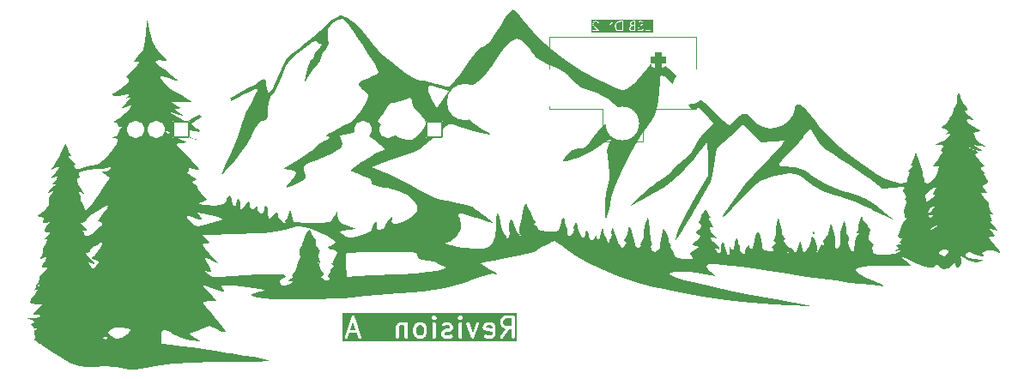
<source format=gbr>
%TF.GenerationSoftware,KiCad,Pcbnew,8.0.4*%
%TF.CreationDate,2024-10-24T20:47:50-05:00*%
%TF.ProjectId,numlocked_HUB,6e756d6c-6f63-46b6-9564-5f4855422e6b,rev?*%
%TF.SameCoordinates,Original*%
%TF.FileFunction,Legend,Bot*%
%TF.FilePolarity,Positive*%
%FSLAX46Y46*%
G04 Gerber Fmt 4.6, Leading zero omitted, Abs format (unit mm)*
G04 Created by KiCad (PCBNEW 8.0.4) date 2024-10-24 20:47:50*
%MOMM*%
%LPD*%
G01*
G04 APERTURE LIST*
G04 Aperture macros list*
%AMRoundRect*
0 Rectangle with rounded corners*
0 $1 Rounding radius*
0 $2 $3 $4 $5 $6 $7 $8 $9 X,Y pos of 4 corners*
0 Add a 4 corners polygon primitive as box body*
4,1,4,$2,$3,$4,$5,$6,$7,$8,$9,$2,$3,0*
0 Add four circle primitives for the rounded corners*
1,1,$1+$1,$2,$3*
1,1,$1+$1,$4,$5*
1,1,$1+$1,$6,$7*
1,1,$1+$1,$8,$9*
0 Add four rect primitives between the rounded corners*
20,1,$1+$1,$2,$3,$4,$5,0*
20,1,$1+$1,$4,$5,$6,$7,0*
20,1,$1+$1,$6,$7,$8,$9,0*
20,1,$1+$1,$8,$9,$2,$3,0*%
G04 Aperture macros list end*
%ADD10C,0.300000*%
%ADD11C,0.150000*%
%ADD12C,0.000000*%
%ADD13C,0.100000*%
%ADD14C,4.400000*%
%ADD15C,0.650000*%
%ADD16O,1.204000X2.304000*%
%ADD17O,1.204000X2.004000*%
%ADD18RoundRect,0.102000X0.754000X0.754000X-0.754000X0.754000X-0.754000X-0.754000X0.754000X-0.754000X0*%
%ADD19C,1.712000*%
%ADD20C,3.600000*%
%ADD21RoundRect,0.377000X0.377000X0.377000X-0.377000X0.377000X-0.377000X-0.377000X0.377000X-0.377000X0*%
%ADD22C,1.508000*%
%ADD23C,3.340000*%
G04 APERTURE END LIST*
D10*
G36*
X132380443Y-69924820D02*
G01*
X132441256Y-69985633D01*
X132509773Y-70122666D01*
X132509773Y-70623275D01*
X132441256Y-70760307D01*
X132380442Y-70821122D01*
X132243411Y-70889638D01*
X132028516Y-70889638D01*
X131891484Y-70821122D01*
X131830670Y-70760307D01*
X131762154Y-70623275D01*
X131762154Y-70122666D01*
X131830669Y-69985634D01*
X131891484Y-69924820D01*
X132028516Y-69856304D01*
X132243411Y-69856304D01*
X132380443Y-69924820D01*
G37*
G36*
X139214637Y-69913345D02*
G01*
X139271679Y-70027428D01*
X139271679Y-70190000D01*
X138619298Y-70059524D01*
X138619298Y-70027428D01*
X138676338Y-69913345D01*
X138790422Y-69856304D01*
X139100555Y-69856304D01*
X139214637Y-69913345D01*
G37*
G36*
X141176441Y-69937257D02*
G01*
X140599946Y-69937257D01*
X140462914Y-69868741D01*
X140402100Y-69807926D01*
X140333584Y-69670894D01*
X140333584Y-69456000D01*
X140402100Y-69318968D01*
X140462914Y-69258154D01*
X140599946Y-69189638D01*
X141176441Y-69189638D01*
X141176441Y-69937257D01*
G37*
G36*
X125784991Y-70318209D02*
G01*
X125248838Y-70318209D01*
X125516914Y-69513979D01*
X125784991Y-70318209D01*
G37*
G36*
X141698663Y-71411860D02*
G01*
X124479204Y-71411860D01*
X124479204Y-71020877D01*
X124701426Y-71020877D01*
X124705575Y-71079258D01*
X124731749Y-71131605D01*
X124775963Y-71169952D01*
X124831487Y-71188460D01*
X124889868Y-71184311D01*
X124942215Y-71158137D01*
X124980562Y-71113923D01*
X124992550Y-71087072D01*
X125148838Y-70618209D01*
X125884991Y-70618209D01*
X126041279Y-71087072D01*
X126053267Y-71113923D01*
X126091614Y-71158137D01*
X126143961Y-71184311D01*
X126202342Y-71188461D01*
X126257866Y-71169952D01*
X126302080Y-71131605D01*
X126328254Y-71079258D01*
X126332404Y-71020878D01*
X126325884Y-70992204D01*
X125992489Y-69992019D01*
X129747868Y-69992019D01*
X129747868Y-71039638D01*
X129750750Y-71068902D01*
X129773148Y-71122974D01*
X129814532Y-71164358D01*
X129868604Y-71186756D01*
X129927132Y-71186756D01*
X129981204Y-71164358D01*
X130022588Y-71122974D01*
X130044986Y-71068902D01*
X130047868Y-71039638D01*
X130047868Y-70027428D01*
X130104908Y-69913345D01*
X130218992Y-69856304D01*
X130433887Y-69856304D01*
X130570919Y-69924820D01*
X130605011Y-69958912D01*
X130605011Y-71039638D01*
X130607893Y-71068902D01*
X130630291Y-71122974D01*
X130671675Y-71164358D01*
X130725747Y-71186756D01*
X130784275Y-71186756D01*
X130838347Y-71164358D01*
X130879731Y-71122974D01*
X130902129Y-71068902D01*
X130905011Y-71039638D01*
X130905011Y-70087257D01*
X131462154Y-70087257D01*
X131462154Y-70658685D01*
X131465036Y-70687949D01*
X131467097Y-70692926D01*
X131467480Y-70698304D01*
X131477990Y-70725767D01*
X131573228Y-70916243D01*
X131581155Y-70928836D01*
X131582671Y-70932496D01*
X131586052Y-70936616D01*
X131588893Y-70941129D01*
X131591886Y-70943725D01*
X131601325Y-70955226D01*
X131696564Y-71050466D01*
X131708066Y-71059906D01*
X131710662Y-71062899D01*
X131715171Y-71065737D01*
X131719294Y-71069121D01*
X131722956Y-71070637D01*
X131735548Y-71078564D01*
X131926024Y-71173802D01*
X131953488Y-71184312D01*
X131958863Y-71184693D01*
X131963842Y-71186756D01*
X131993106Y-71189638D01*
X132278821Y-71189638D01*
X132308085Y-71186756D01*
X132313062Y-71184694D01*
X132318440Y-71184312D01*
X132345903Y-71173802D01*
X132536379Y-71078564D01*
X132548974Y-71070635D01*
X132552633Y-71069120D01*
X132556750Y-71065740D01*
X132561265Y-71062899D01*
X132563862Y-71059904D01*
X132575364Y-71050465D01*
X132670602Y-70955226D01*
X132680040Y-70943724D01*
X132683034Y-70941129D01*
X132685874Y-70936616D01*
X132689257Y-70932495D01*
X132690773Y-70928833D01*
X132698699Y-70916243D01*
X132793937Y-70725767D01*
X132804447Y-70698303D01*
X132804828Y-70692927D01*
X132806891Y-70687949D01*
X132809773Y-70658685D01*
X132809773Y-70087257D01*
X132806891Y-70057993D01*
X132804828Y-70053014D01*
X132804447Y-70047639D01*
X132793937Y-70020176D01*
X132698699Y-69829698D01*
X132690772Y-69817106D01*
X132689256Y-69813445D01*
X132685872Y-69809322D01*
X132683034Y-69804813D01*
X132680042Y-69802218D01*
X132670601Y-69790714D01*
X132586191Y-69706304D01*
X133366916Y-69706304D01*
X133366916Y-71039638D01*
X133369798Y-71068902D01*
X133392196Y-71122974D01*
X133433580Y-71164358D01*
X133487652Y-71186756D01*
X133546180Y-71186756D01*
X133600252Y-71164358D01*
X133641636Y-71122974D01*
X133664034Y-71068902D01*
X133666916Y-71039638D01*
X133666916Y-70658685D01*
X134224059Y-70658685D01*
X134224059Y-70753923D01*
X134226941Y-70783187D01*
X134229003Y-70788165D01*
X134229385Y-70793541D01*
X134239895Y-70821005D01*
X134335133Y-71011482D01*
X134338213Y-71016376D01*
X134338983Y-71018684D01*
X134341475Y-71021557D01*
X134350798Y-71036368D01*
X134365010Y-71048694D01*
X134377330Y-71062899D01*
X134392133Y-71072217D01*
X134395013Y-71074715D01*
X134397324Y-71075485D01*
X134402215Y-71078564D01*
X134592693Y-71173802D01*
X134620156Y-71184312D01*
X134625531Y-71184693D01*
X134630510Y-71186756D01*
X134659774Y-71189638D01*
X135040726Y-71189638D01*
X135069990Y-71186756D01*
X135074967Y-71184694D01*
X135080345Y-71184312D01*
X135107808Y-71173802D01*
X135298284Y-71078564D01*
X135323170Y-71062899D01*
X135361517Y-71018684D01*
X135380024Y-70963161D01*
X135375876Y-70904781D01*
X135349701Y-70852432D01*
X135305486Y-70814085D01*
X135249964Y-70795578D01*
X135191584Y-70799726D01*
X135164120Y-70810236D01*
X135005316Y-70889638D01*
X134695184Y-70889638D01*
X134581099Y-70832596D01*
X134524059Y-70718513D01*
X134524059Y-70694095D01*
X134581100Y-70580012D01*
X134695184Y-70522971D01*
X134945488Y-70522971D01*
X134974752Y-70520089D01*
X134979729Y-70518027D01*
X134985107Y-70517645D01*
X135012570Y-70507135D01*
X135203046Y-70411897D01*
X135207940Y-70408816D01*
X135210248Y-70408047D01*
X135213122Y-70405554D01*
X135227932Y-70396232D01*
X135240255Y-70382022D01*
X135254463Y-70369701D01*
X135263782Y-70354895D01*
X135266279Y-70352017D01*
X135267049Y-70349705D01*
X135270128Y-70344815D01*
X135365366Y-70154339D01*
X135375876Y-70126875D01*
X135376257Y-70121499D01*
X135378320Y-70116521D01*
X135381202Y-70087257D01*
X135381202Y-69992019D01*
X135378320Y-69962755D01*
X135376257Y-69957776D01*
X135375876Y-69952401D01*
X135365366Y-69924938D01*
X135270128Y-69734460D01*
X135267049Y-69729569D01*
X135266279Y-69727258D01*
X135263781Y-69724378D01*
X135254463Y-69709575D01*
X135250692Y-69706304D01*
X135938345Y-69706304D01*
X135938345Y-71039638D01*
X135941227Y-71068902D01*
X135963625Y-71122974D01*
X136005009Y-71164358D01*
X136059081Y-71186756D01*
X136117609Y-71186756D01*
X136171681Y-71164358D01*
X136213065Y-71122974D01*
X136235463Y-71068902D01*
X136238345Y-71039638D01*
X136238345Y-69728226D01*
X136701860Y-69728226D01*
X136708989Y-69756754D01*
X137185180Y-71090089D01*
X137197736Y-71116678D01*
X137202789Y-71122260D01*
X137206012Y-71129063D01*
X137222284Y-71143794D01*
X137237016Y-71160067D01*
X137243818Y-71163289D01*
X137249401Y-71168343D01*
X137270075Y-71175726D01*
X137289908Y-71185121D01*
X137297426Y-71185494D01*
X137304519Y-71188028D01*
X137326441Y-71186937D01*
X137348363Y-71188028D01*
X137355455Y-71185494D01*
X137362974Y-71185121D01*
X137382806Y-71175726D01*
X137403481Y-71168343D01*
X137409063Y-71163289D01*
X137415866Y-71160067D01*
X137430597Y-71143794D01*
X137446870Y-71129063D01*
X137450092Y-71122260D01*
X137455146Y-71116678D01*
X137467702Y-71090088D01*
X137859869Y-69992019D01*
X138319298Y-69992019D01*
X138319298Y-70182495D01*
X138322180Y-70211759D01*
X138327803Y-70225335D01*
X138330656Y-70239753D01*
X138338894Y-70252111D01*
X138344578Y-70265831D01*
X138354968Y-70276221D01*
X138363121Y-70288450D01*
X138375461Y-70296714D01*
X138385962Y-70307215D01*
X138399537Y-70312838D01*
X138411750Y-70321017D01*
X138439881Y-70329582D01*
X138440032Y-70329612D01*
X138440034Y-70329613D01*
X138440036Y-70329613D01*
X139271679Y-70495941D01*
X139271679Y-70718513D01*
X139214637Y-70832596D01*
X139100555Y-70889638D01*
X138790422Y-70889638D01*
X138631618Y-70810236D01*
X138604155Y-70799726D01*
X138545774Y-70795578D01*
X138490252Y-70814086D01*
X138446037Y-70852432D01*
X138419862Y-70904781D01*
X138415714Y-70963162D01*
X138434222Y-71018684D01*
X138472568Y-71062899D01*
X138497454Y-71078564D01*
X138687930Y-71173802D01*
X138715394Y-71184312D01*
X138720769Y-71184693D01*
X138725748Y-71186756D01*
X138755012Y-71189638D01*
X139135965Y-71189638D01*
X139165229Y-71186756D01*
X139170206Y-71184694D01*
X139175584Y-71184312D01*
X139203047Y-71173802D01*
X139393523Y-71078564D01*
X139398417Y-71075483D01*
X139400725Y-71074714D01*
X139403598Y-71072221D01*
X139418409Y-71062899D01*
X139430735Y-71048686D01*
X139444940Y-71036367D01*
X139454258Y-71021563D01*
X139456756Y-71018684D01*
X139457526Y-71016372D01*
X139460605Y-71011482D01*
X139555843Y-70821004D01*
X139566353Y-70793541D01*
X139566734Y-70788165D01*
X139568797Y-70783187D01*
X139571679Y-70753923D01*
X139571679Y-69992019D01*
X139568797Y-69962755D01*
X139566734Y-69957776D01*
X139566353Y-69952401D01*
X139555843Y-69924938D01*
X139460605Y-69734460D01*
X139457526Y-69729569D01*
X139456756Y-69727258D01*
X139454258Y-69724378D01*
X139444940Y-69709575D01*
X139430735Y-69697255D01*
X139418409Y-69683043D01*
X139403598Y-69673720D01*
X139400725Y-69671228D01*
X139398417Y-69670458D01*
X139393523Y-69667378D01*
X139203047Y-69572140D01*
X139175584Y-69561630D01*
X139170206Y-69561247D01*
X139165229Y-69559186D01*
X139135965Y-69556304D01*
X138755012Y-69556304D01*
X138725748Y-69559186D01*
X138720769Y-69561248D01*
X138715394Y-69561630D01*
X138687930Y-69572140D01*
X138497454Y-69667378D01*
X138492563Y-69670456D01*
X138490252Y-69671227D01*
X138487373Y-69673723D01*
X138472568Y-69683043D01*
X138460246Y-69697250D01*
X138446037Y-69709574D01*
X138436714Y-69724383D01*
X138434222Y-69727258D01*
X138433452Y-69729565D01*
X138430372Y-69734460D01*
X138335134Y-69924937D01*
X138324624Y-69952401D01*
X138324242Y-69957776D01*
X138322180Y-69962755D01*
X138319298Y-69992019D01*
X137859869Y-69992019D01*
X137943892Y-69756754D01*
X137951021Y-69728225D01*
X137948114Y-69669770D01*
X137923060Y-69616878D01*
X137879671Y-69577599D01*
X137824553Y-69557914D01*
X137766098Y-69560821D01*
X137713206Y-69585875D01*
X137673926Y-69629263D01*
X137661370Y-69655853D01*
X137326440Y-70593656D01*
X136991511Y-69655854D01*
X136978955Y-69629264D01*
X136939675Y-69585875D01*
X136886783Y-69560821D01*
X136828328Y-69557914D01*
X136773210Y-69577599D01*
X136729821Y-69616879D01*
X136704767Y-69669771D01*
X136701860Y-69728226D01*
X136238345Y-69728226D01*
X136238345Y-69706304D01*
X136235463Y-69677040D01*
X136213065Y-69622968D01*
X136171681Y-69581584D01*
X136117609Y-69559186D01*
X136059081Y-69559186D01*
X136005009Y-69581584D01*
X135963625Y-69622968D01*
X135941227Y-69677040D01*
X135938345Y-69706304D01*
X135250692Y-69706304D01*
X135240258Y-69697255D01*
X135227932Y-69683043D01*
X135213121Y-69673720D01*
X135210248Y-69671228D01*
X135207940Y-69670458D01*
X135203046Y-69667378D01*
X135012570Y-69572140D01*
X134985107Y-69561630D01*
X134979729Y-69561247D01*
X134974752Y-69559186D01*
X134945488Y-69556304D01*
X134659774Y-69556304D01*
X134630510Y-69559186D01*
X134625531Y-69561248D01*
X134620156Y-69561630D01*
X134592693Y-69572140D01*
X134402215Y-69667378D01*
X134377330Y-69683043D01*
X134338983Y-69727258D01*
X134320475Y-69782780D01*
X134324623Y-69841160D01*
X134350798Y-69893509D01*
X134395013Y-69931856D01*
X134450535Y-69950364D01*
X134508915Y-69946216D01*
X134536379Y-69935706D01*
X134695184Y-69856304D01*
X134910078Y-69856304D01*
X135024160Y-69913345D01*
X135081202Y-70027428D01*
X135081202Y-70051847D01*
X135024160Y-70165929D01*
X134910078Y-70222971D01*
X134659774Y-70222971D01*
X134630510Y-70225853D01*
X134625531Y-70227915D01*
X134620156Y-70228297D01*
X134592693Y-70238807D01*
X134402215Y-70334045D01*
X134397324Y-70337123D01*
X134395013Y-70337894D01*
X134392133Y-70340391D01*
X134377330Y-70349710D01*
X134365010Y-70363914D01*
X134350798Y-70376241D01*
X134341475Y-70391051D01*
X134338983Y-70393925D01*
X134338213Y-70396232D01*
X134335133Y-70401127D01*
X134239895Y-70591603D01*
X134229385Y-70619066D01*
X134229002Y-70624443D01*
X134226941Y-70629421D01*
X134224059Y-70658685D01*
X133666916Y-70658685D01*
X133666916Y-69706304D01*
X133664034Y-69677040D01*
X133641636Y-69622968D01*
X133600252Y-69581584D01*
X133546180Y-69559186D01*
X133487652Y-69559186D01*
X133433580Y-69581584D01*
X133392196Y-69622968D01*
X133369798Y-69677040D01*
X133366916Y-69706304D01*
X132586191Y-69706304D01*
X132575363Y-69695476D01*
X132563861Y-69686037D01*
X132561265Y-69683043D01*
X132556751Y-69680202D01*
X132552632Y-69676821D01*
X132548972Y-69675305D01*
X132536379Y-69667378D01*
X132345903Y-69572140D01*
X132318440Y-69561630D01*
X132313062Y-69561247D01*
X132308085Y-69559186D01*
X132278821Y-69556304D01*
X131993106Y-69556304D01*
X131963842Y-69559186D01*
X131958863Y-69561248D01*
X131953488Y-69561630D01*
X131926024Y-69572140D01*
X131735548Y-69667378D01*
X131722954Y-69675305D01*
X131719295Y-69676821D01*
X131715175Y-69680202D01*
X131710662Y-69683043D01*
X131708065Y-69686036D01*
X131696564Y-69695476D01*
X131601326Y-69790714D01*
X131591887Y-69802215D01*
X131588893Y-69804812D01*
X131586052Y-69809325D01*
X131582671Y-69813445D01*
X131581155Y-69817104D01*
X131573228Y-69829698D01*
X131477990Y-70020175D01*
X131467480Y-70047639D01*
X131467098Y-70053014D01*
X131465036Y-70057993D01*
X131462154Y-70087257D01*
X130905011Y-70087257D01*
X130905011Y-69706304D01*
X130902129Y-69677040D01*
X130879731Y-69622968D01*
X130838347Y-69581584D01*
X130784275Y-69559186D01*
X130725747Y-69559186D01*
X130671675Y-69581584D01*
X130632872Y-69620386D01*
X130536379Y-69572140D01*
X130508916Y-69561630D01*
X130503538Y-69561247D01*
X130498561Y-69559186D01*
X130469297Y-69556304D01*
X130183582Y-69556304D01*
X130154318Y-69559186D01*
X130149339Y-69561248D01*
X130143964Y-69561630D01*
X130116500Y-69572140D01*
X129926024Y-69667378D01*
X129921133Y-69670456D01*
X129918822Y-69671227D01*
X129915943Y-69673723D01*
X129901138Y-69683043D01*
X129888816Y-69697250D01*
X129874607Y-69709574D01*
X129865284Y-69724383D01*
X129862792Y-69727258D01*
X129862022Y-69729565D01*
X129858942Y-69734460D01*
X129763704Y-69924937D01*
X129753194Y-69952401D01*
X129752812Y-69957776D01*
X129750750Y-69962755D01*
X129747868Y-69992019D01*
X125992489Y-69992019D01*
X125802013Y-69420590D01*
X140033584Y-69420590D01*
X140033584Y-69706304D01*
X140036466Y-69735568D01*
X140038527Y-69740545D01*
X140038910Y-69745923D01*
X140049420Y-69773386D01*
X140144658Y-69963862D01*
X140152585Y-69976455D01*
X140154101Y-69980115D01*
X140157482Y-69984235D01*
X140160323Y-69988748D01*
X140163316Y-69991344D01*
X140172755Y-70002845D01*
X140267994Y-70098085D01*
X140279496Y-70107525D01*
X140282092Y-70110518D01*
X140286601Y-70113356D01*
X140290724Y-70116740D01*
X140294386Y-70118256D01*
X140306978Y-70126183D01*
X140497454Y-70221421D01*
X140524918Y-70231931D01*
X140530293Y-70232312D01*
X140535272Y-70234375D01*
X140562306Y-70237037D01*
X140060699Y-70953619D01*
X140046278Y-70979245D01*
X140033619Y-71036387D01*
X140043790Y-71094023D01*
X140075243Y-71143380D01*
X140123191Y-71176944D01*
X140180333Y-71189603D01*
X140237969Y-71179432D01*
X140287326Y-71147979D01*
X140306469Y-71125657D01*
X140928350Y-70237257D01*
X141176441Y-70237257D01*
X141176441Y-71039638D01*
X141179323Y-71068902D01*
X141201721Y-71122974D01*
X141243105Y-71164358D01*
X141297177Y-71186756D01*
X141355705Y-71186756D01*
X141409777Y-71164358D01*
X141451161Y-71122974D01*
X141473559Y-71068902D01*
X141476441Y-71039638D01*
X141476441Y-69039638D01*
X141473559Y-69010374D01*
X141451161Y-68956302D01*
X141409777Y-68914918D01*
X141355705Y-68892520D01*
X141326441Y-68889638D01*
X140564536Y-68889638D01*
X140535272Y-68892520D01*
X140530293Y-68894582D01*
X140524918Y-68894964D01*
X140497454Y-68905474D01*
X140306978Y-69000712D01*
X140294384Y-69008639D01*
X140290725Y-69010155D01*
X140286605Y-69013536D01*
X140282092Y-69016377D01*
X140279495Y-69019370D01*
X140267994Y-69028810D01*
X140172756Y-69124048D01*
X140163317Y-69135549D01*
X140160323Y-69138146D01*
X140157482Y-69142659D01*
X140154101Y-69146779D01*
X140152585Y-69150438D01*
X140144658Y-69163032D01*
X140049420Y-69353508D01*
X140038910Y-69380971D01*
X140038527Y-69386348D01*
X140036466Y-69391326D01*
X140033584Y-69420590D01*
X125802013Y-69420590D01*
X125697021Y-69105613D01*
X133274560Y-69105613D01*
X133274560Y-69164139D01*
X133296957Y-69218211D01*
X133315612Y-69240942D01*
X133410850Y-69336180D01*
X133433581Y-69354835D01*
X133465255Y-69367954D01*
X133487652Y-69377232D01*
X133487653Y-69377232D01*
X133546179Y-69377232D01*
X133546180Y-69377232D01*
X133568577Y-69367954D01*
X133600251Y-69354835D01*
X133600252Y-69354834D01*
X133622982Y-69336180D01*
X133718220Y-69240942D01*
X133736875Y-69218211D01*
X133759272Y-69164139D01*
X133759272Y-69105613D01*
X135845989Y-69105613D01*
X135845989Y-69164139D01*
X135868386Y-69218211D01*
X135887041Y-69240942D01*
X135982279Y-69336180D01*
X136005010Y-69354835D01*
X136036684Y-69367954D01*
X136059081Y-69377232D01*
X136059082Y-69377232D01*
X136117608Y-69377232D01*
X136117609Y-69377232D01*
X136140006Y-69367954D01*
X136171680Y-69354835D01*
X136171681Y-69354834D01*
X136194411Y-69336180D01*
X136289649Y-69240942D01*
X136308304Y-69218211D01*
X136330701Y-69164139D01*
X136330701Y-69105613D01*
X136308304Y-69051541D01*
X136289649Y-69028810D01*
X136194411Y-68933572D01*
X136171680Y-68914917D01*
X136140006Y-68901797D01*
X136117609Y-68892520D01*
X136059081Y-68892520D01*
X136036684Y-68901797D01*
X136005010Y-68914917D01*
X135982279Y-68933572D01*
X135887041Y-69028810D01*
X135868386Y-69051541D01*
X135845989Y-69105613D01*
X133759272Y-69105613D01*
X133736875Y-69051541D01*
X133718220Y-69028810D01*
X133622982Y-68933572D01*
X133600251Y-68914917D01*
X133568577Y-68901797D01*
X133546180Y-68892520D01*
X133487652Y-68892520D01*
X133465255Y-68901797D01*
X133433581Y-68914917D01*
X133410850Y-68933572D01*
X133315612Y-69028810D01*
X133296957Y-69051541D01*
X133274560Y-69105613D01*
X125697021Y-69105613D01*
X125659218Y-68992204D01*
X125647229Y-68965353D01*
X125640205Y-68957255D01*
X125635414Y-68947672D01*
X125621207Y-68935350D01*
X125608882Y-68921139D01*
X125599296Y-68916345D01*
X125591200Y-68909324D01*
X125573358Y-68903376D01*
X125556535Y-68894965D01*
X125545842Y-68894205D01*
X125535675Y-68890816D01*
X125516915Y-68892149D01*
X125498155Y-68890816D01*
X125487987Y-68894205D01*
X125477295Y-68894965D01*
X125460471Y-68903376D01*
X125442630Y-68909324D01*
X125434533Y-68916346D01*
X125424948Y-68921139D01*
X125412624Y-68935347D01*
X125398416Y-68947671D01*
X125393623Y-68957256D01*
X125386601Y-68965353D01*
X125374612Y-68992204D01*
X124707946Y-70992204D01*
X124701426Y-71020877D01*
X124479204Y-71020877D01*
X124479204Y-68667416D01*
X141698663Y-68667416D01*
X141698663Y-71411860D01*
G37*
D11*
G36*
X152098534Y-40736210D02*
G01*
X151981786Y-40736210D01*
X151931403Y-40735798D01*
X151874071Y-40734124D01*
X151823011Y-40731161D01*
X151770020Y-40725906D01*
X151719614Y-40717431D01*
X151691137Y-40709832D01*
X151643573Y-40690489D01*
X151600683Y-40665373D01*
X151562469Y-40634483D01*
X151528929Y-40597820D01*
X151511863Y-40574277D01*
X151486453Y-40529348D01*
X151467284Y-40480257D01*
X151454356Y-40427006D01*
X151448242Y-40378051D01*
X151446650Y-40334919D01*
X151449140Y-40280760D01*
X151456610Y-40229658D01*
X151469061Y-40181613D01*
X151489881Y-40129424D01*
X151517480Y-40081395D01*
X151551038Y-40038507D01*
X151589949Y-40001954D01*
X151634212Y-39971736D01*
X151683829Y-39947852D01*
X151714584Y-39937048D01*
X151769661Y-39924225D01*
X151821067Y-39917012D01*
X151870516Y-39912576D01*
X151925976Y-39909570D01*
X151987447Y-39907996D01*
X152027215Y-39907739D01*
X152098534Y-39907739D01*
X152098534Y-40736210D01*
G37*
G36*
X153283600Y-40736210D02*
G01*
X153158548Y-40736210D01*
X153107028Y-40734791D01*
X153057863Y-40729800D01*
X153006795Y-40717555D01*
X152996615Y-40713496D01*
X152952755Y-40686619D01*
X152917804Y-40648580D01*
X152913817Y-40642665D01*
X152891377Y-40595610D01*
X152882676Y-40545121D01*
X152882554Y-40538129D01*
X152888736Y-40487731D01*
X152907283Y-40442417D01*
X152926517Y-40415031D01*
X152964127Y-40380135D01*
X153011010Y-40354581D01*
X153047417Y-40342735D01*
X153096785Y-40334847D01*
X153147876Y-40331320D01*
X153203410Y-40329904D01*
X153226692Y-40329790D01*
X153283600Y-40329790D01*
X153283600Y-40736210D01*
G37*
G36*
X153283600Y-40236001D02*
G01*
X153225959Y-40236001D01*
X153176927Y-40234764D01*
X153125426Y-40229741D01*
X153074735Y-40217434D01*
X153071598Y-40216217D01*
X153027206Y-40190511D01*
X152993196Y-40153447D01*
X152971397Y-40108140D01*
X152964131Y-40058192D01*
X152970966Y-40009695D01*
X152996217Y-39963880D01*
X153012735Y-39947794D01*
X153057077Y-39923385D01*
X153106359Y-39911650D01*
X153160298Y-39907778D01*
X153166852Y-39907739D01*
X153283600Y-39907739D01*
X153283600Y-40236001D01*
G37*
G36*
X155105877Y-40956742D02*
G01*
X149015232Y-40956742D01*
X149015232Y-40736210D01*
X149126343Y-40736210D01*
X149126343Y-40830000D01*
X149812421Y-40830000D01*
X150359769Y-40830000D01*
X150382484Y-40830000D01*
X151048778Y-40047201D01*
X151048778Y-40830000D01*
X151153314Y-40830000D01*
X151153314Y-40334675D01*
X151344312Y-40334675D01*
X151344322Y-40334919D01*
X151346622Y-40390640D01*
X151353551Y-40444046D01*
X151365100Y-40494894D01*
X151381269Y-40543182D01*
X151402057Y-40588912D01*
X151410013Y-40603586D01*
X151440533Y-40651433D01*
X151474815Y-40693459D01*
X151512861Y-40729665D01*
X151554670Y-40760051D01*
X151580251Y-40774801D01*
X151630124Y-40796309D01*
X151679291Y-40810540D01*
X151734383Y-40820890D01*
X151784819Y-40826550D01*
X151839370Y-40829514D01*
X151874075Y-40830000D01*
X152195498Y-40830000D01*
X152195498Y-40535443D01*
X152777285Y-40535443D01*
X152777504Y-40538129D01*
X152781539Y-40587689D01*
X152794302Y-40636288D01*
X152815573Y-40681241D01*
X152845352Y-40722548D01*
X152866189Y-40744515D01*
X152908007Y-40777824D01*
X152955668Y-40802952D01*
X153009173Y-40819898D01*
X153059685Y-40827912D01*
X153105059Y-40830000D01*
X153382519Y-40830000D01*
X153382519Y-40575254D01*
X153594766Y-40575254D01*
X153599986Y-40628056D01*
X153615648Y-40677287D01*
X153641752Y-40722945D01*
X153678297Y-40765031D01*
X153716560Y-40796437D01*
X153764496Y-40822884D01*
X153816921Y-40839255D01*
X153866473Y-40845316D01*
X153881263Y-40845631D01*
X153931705Y-40841748D01*
X153979442Y-40830098D01*
X154024475Y-40810681D01*
X154048325Y-40796538D01*
X154089457Y-40763531D01*
X154124494Y-40725368D01*
X154153975Y-40685163D01*
X154182357Y-40638601D01*
X154186322Y-40631430D01*
X154100348Y-40579895D01*
X154071346Y-40629430D01*
X154040972Y-40670570D01*
X154002712Y-40708855D01*
X153955580Y-40738241D01*
X153905760Y-40751170D01*
X153891032Y-40751842D01*
X153841756Y-40745919D01*
X153795533Y-40728150D01*
X153754109Y-40698238D01*
X153727634Y-40664403D01*
X153708674Y-40617872D01*
X153704187Y-40579651D01*
X153712796Y-40529153D01*
X153736506Y-40482810D01*
X153738625Y-40479755D01*
X153771460Y-40439673D01*
X153789894Y-40421381D01*
X154325785Y-40421381D01*
X154327058Y-40477900D01*
X154330880Y-40529486D01*
X154338368Y-40582403D01*
X154350769Y-40634234D01*
X154352407Y-40639490D01*
X154371437Y-40684501D01*
X154398852Y-40726112D01*
X154434652Y-40764323D01*
X154458164Y-40784082D01*
X154499823Y-40811010D01*
X154545664Y-40830244D01*
X154595688Y-40841784D01*
X154649895Y-40845631D01*
X154701747Y-40842849D01*
X154750233Y-40834505D01*
X154801524Y-40818156D01*
X154848418Y-40794540D01*
X154859455Y-40787501D01*
X154899450Y-40756086D01*
X154935832Y-40715123D01*
X154963094Y-40668210D01*
X154976203Y-40633628D01*
X154986772Y-40581991D01*
X154991702Y-40530406D01*
X154994113Y-40475577D01*
X154994766Y-40421381D01*
X154994766Y-39813949D01*
X154893893Y-39813949D01*
X154893893Y-40422847D01*
X154893634Y-40471863D01*
X154892430Y-40522661D01*
X154889741Y-40557913D01*
X154879329Y-40606319D01*
X154858157Y-40652481D01*
X154854815Y-40657564D01*
X154819888Y-40694384D01*
X154777306Y-40721291D01*
X154770307Y-40724731D01*
X154723907Y-40742284D01*
X154673578Y-40751180D01*
X154655512Y-40751842D01*
X154606481Y-40746530D01*
X154559525Y-40730593D01*
X154517210Y-40705252D01*
X154482588Y-40671730D01*
X154455722Y-40629965D01*
X154438076Y-40583711D01*
X154437159Y-40580383D01*
X154430147Y-40531356D01*
X154427542Y-40477389D01*
X154426901Y-40422847D01*
X154426901Y-39813949D01*
X154325785Y-39813949D01*
X154325785Y-40421381D01*
X153789894Y-40421381D01*
X153811027Y-40400411D01*
X153853663Y-40363251D01*
X153896161Y-40329317D01*
X153911549Y-40317578D01*
X153955552Y-40283629D01*
X153998425Y-40248732D01*
X154036260Y-40215061D01*
X154068841Y-40179581D01*
X154097048Y-40134978D01*
X154114808Y-40088181D01*
X154122121Y-40039189D01*
X154122330Y-40029127D01*
X154117130Y-39978830D01*
X154101530Y-39932322D01*
X154090823Y-39912135D01*
X154060833Y-39872821D01*
X154022458Y-39841004D01*
X154001919Y-39828848D01*
X153953631Y-39809081D01*
X153902038Y-39799391D01*
X153877110Y-39798318D01*
X153824926Y-39803023D01*
X153775353Y-39817140D01*
X153743754Y-39831779D01*
X153700098Y-39861422D01*
X153663135Y-39895549D01*
X153629338Y-39933346D01*
X153612107Y-39954877D01*
X153694417Y-40017159D01*
X153725114Y-39978292D01*
X153759065Y-39942016D01*
X153791625Y-39916531D01*
X153839204Y-39896782D01*
X153879309Y-39892107D01*
X153928483Y-39899213D01*
X153971727Y-39922597D01*
X153979204Y-39929232D01*
X154008330Y-39970631D01*
X154018039Y-40020579D01*
X154010345Y-40068939D01*
X154004361Y-40084570D01*
X153976411Y-40127597D01*
X153954047Y-40151981D01*
X153915536Y-40183809D01*
X153873264Y-40216095D01*
X153830448Y-40248045D01*
X153823621Y-40253098D01*
X153784579Y-40282657D01*
X153743066Y-40316775D01*
X153701991Y-40354712D01*
X153668841Y-40390640D01*
X153643614Y-40424556D01*
X153617854Y-40471492D01*
X153601635Y-40518571D01*
X153594813Y-40570523D01*
X153594766Y-40575254D01*
X153382519Y-40575254D01*
X153382519Y-39813949D01*
X153183217Y-39813949D01*
X153133308Y-39815305D01*
X153082795Y-39820175D01*
X153034289Y-39829886D01*
X152998569Y-39842281D01*
X152954021Y-39867790D01*
X152917099Y-39901816D01*
X152896720Y-39929232D01*
X152873799Y-39975016D01*
X152861457Y-40024441D01*
X152859188Y-40058192D01*
X152859106Y-40059413D01*
X152864548Y-40111813D01*
X152880873Y-40160262D01*
X152892079Y-40181290D01*
X152923989Y-40222357D01*
X152962531Y-40254253D01*
X152989043Y-40270195D01*
X152943162Y-40288093D01*
X152897550Y-40312090D01*
X152867411Y-40334187D01*
X152831525Y-40371914D01*
X152804012Y-40416404D01*
X152800976Y-40422847D01*
X152784781Y-40469883D01*
X152777655Y-40520380D01*
X152777285Y-40535443D01*
X152195498Y-40535443D01*
X152195498Y-39813949D01*
X151985938Y-39813949D01*
X151931216Y-39814522D01*
X151880379Y-39816239D01*
X151822297Y-39819996D01*
X151770284Y-39825541D01*
X151715882Y-39834557D01*
X151663460Y-39848332D01*
X151656943Y-39850586D01*
X151604063Y-39872673D01*
X151555700Y-39900102D01*
X151511854Y-39932872D01*
X151472524Y-39970982D01*
X151437711Y-40014434D01*
X151427110Y-40030104D01*
X151398972Y-40079732D01*
X151376655Y-40132812D01*
X151362505Y-40179682D01*
X151352398Y-40228949D01*
X151346334Y-40280614D01*
X151344312Y-40334675D01*
X151153314Y-40334675D01*
X151153314Y-39813949D01*
X151131332Y-39813949D01*
X150459420Y-40603342D01*
X150459420Y-39813949D01*
X150359769Y-39813949D01*
X150359769Y-40830000D01*
X149812421Y-40830000D01*
X149426517Y-40416008D01*
X149391808Y-40378216D01*
X149355446Y-40337069D01*
X149320317Y-40294859D01*
X149289787Y-40254261D01*
X149273621Y-40229162D01*
X149252040Y-40182474D01*
X149240419Y-40133999D01*
X149238206Y-40100690D01*
X149244408Y-40049729D01*
X149263012Y-40003394D01*
X149294019Y-39961687D01*
X149301709Y-39953900D01*
X149344189Y-39921314D01*
X149392251Y-39900797D01*
X149445894Y-39892348D01*
X149457292Y-39892107D01*
X149509245Y-39896976D01*
X149556021Y-39911582D01*
X149601922Y-39939231D01*
X149618492Y-39953656D01*
X149650140Y-39992219D01*
X149673095Y-40038664D01*
X149686200Y-40086566D01*
X149691521Y-40126580D01*
X149788485Y-40126580D01*
X149783708Y-40074528D01*
X149772491Y-40026082D01*
X149751265Y-39974120D01*
X149721274Y-39927066D01*
X149688590Y-39890642D01*
X149651023Y-39859266D01*
X149603223Y-39830865D01*
X149551146Y-39811301D01*
X149503104Y-39801563D01*
X149451919Y-39798318D01*
X149401492Y-39801486D01*
X149347393Y-39813192D01*
X149298389Y-39833523D01*
X149254481Y-39862479D01*
X149226238Y-39888443D01*
X149192644Y-39929321D01*
X149167300Y-39973307D01*
X149150208Y-40020402D01*
X149141368Y-40070607D01*
X149140020Y-40100690D01*
X149144051Y-40153246D01*
X149156144Y-40203749D01*
X149176299Y-40252202D01*
X149181297Y-40261646D01*
X149210541Y-40308173D01*
X149241809Y-40350184D01*
X149274544Y-40390250D01*
X149312757Y-40434059D01*
X149341277Y-40465345D01*
X149592602Y-40736210D01*
X149126343Y-40736210D01*
X149015232Y-40736210D01*
X149015232Y-39687207D01*
X155105877Y-39687207D01*
X155105877Y-40956742D01*
G37*
D12*
%TO.C,G\u002A\u002A\u002A*%
G36*
X110064516Y-51501935D02*
G01*
X109982581Y-51583871D01*
X109900646Y-51501935D01*
X109982581Y-51420000D01*
X110064516Y-51501935D01*
G37*
G36*
X171024516Y-60760645D02*
G01*
X171012690Y-60847398D01*
X170915269Y-60869892D01*
X170895657Y-60845874D01*
X170915269Y-60651397D01*
X170964559Y-60625760D01*
X171024516Y-60760645D01*
G37*
G36*
X187124839Y-52335205D02*
G01*
X187223163Y-52389095D01*
X187370777Y-52485161D01*
X187521524Y-52583266D01*
X187516246Y-52660702D01*
X187206775Y-52619475D01*
X187109171Y-52599278D01*
X186956183Y-52596074D01*
X187083871Y-52714243D01*
X187132568Y-52749878D01*
X187222649Y-52864520D01*
X187009646Y-52892329D01*
X186926325Y-52898803D01*
X186856271Y-52975456D01*
X186983007Y-53176766D01*
X187329678Y-53550322D01*
X187664882Y-53919142D01*
X187790292Y-54138766D01*
X187690677Y-54205806D01*
X187461219Y-54270951D01*
X187448282Y-54456618D01*
X187698387Y-54684293D01*
X187840272Y-54793814D01*
X187773939Y-54856307D01*
X187773196Y-54856326D01*
X187703235Y-54952678D01*
X187896843Y-55219932D01*
X187904634Y-55228315D01*
X188179230Y-55591951D01*
X188178637Y-55821852D01*
X187903226Y-55960905D01*
X187889231Y-55964596D01*
X187629924Y-56072103D01*
X187627762Y-56123432D01*
X187622773Y-56241883D01*
X187862258Y-56553790D01*
X188025230Y-56747207D01*
X188032583Y-56835662D01*
X187783166Y-56787617D01*
X187682568Y-56764554D01*
X187505033Y-56776958D01*
X187563149Y-56968563D01*
X187742538Y-57222506D01*
X188055792Y-57554930D01*
X188258578Y-57801557D01*
X188229973Y-57975453D01*
X188220785Y-57981800D01*
X188217365Y-58021019D01*
X188202947Y-58186347D01*
X188426761Y-58551748D01*
X188616690Y-58807292D01*
X188663623Y-58940974D01*
X188509772Y-58911466D01*
X188434138Y-58884301D01*
X188303320Y-58892141D01*
X188391047Y-59114850D01*
X188399225Y-59131853D01*
X188509603Y-59361328D01*
X188535246Y-59560057D01*
X188353871Y-59516674D01*
X188320526Y-59523843D01*
X188441538Y-59700514D01*
X188722581Y-60023242D01*
X188725166Y-60026242D01*
X188938970Y-60274395D01*
X189081744Y-60501631D01*
X189009355Y-60539464D01*
X188853728Y-60481470D01*
X188435807Y-60324727D01*
X188327582Y-60295680D01*
X188320292Y-60378256D01*
X188546307Y-60652469D01*
X188639319Y-60754789D01*
X188831795Y-60989204D01*
X188812140Y-61075862D01*
X188587275Y-61088387D01*
X188544367Y-61088683D01*
X188310311Y-61121783D01*
X188269199Y-61243393D01*
X188433893Y-61501333D01*
X188817256Y-61943421D01*
X189147789Y-62340337D01*
X189302546Y-62617983D01*
X189217332Y-62696648D01*
X188890876Y-62565593D01*
X188530556Y-62466940D01*
X188057486Y-62483401D01*
X187688723Y-62618003D01*
X187668604Y-62650292D01*
X187583909Y-62786216D01*
X187780323Y-62946310D01*
X187820411Y-63004662D01*
X187608314Y-63041901D01*
X187202225Y-62977830D01*
X186743179Y-62802335D01*
X186358787Y-62654092D01*
X186045417Y-62690643D01*
X185936775Y-62970782D01*
X185963621Y-63043662D01*
X186258515Y-63198384D01*
X186879033Y-63318099D01*
X186897424Y-63320500D01*
X187402011Y-63391390D01*
X187616657Y-63445788D01*
X187575899Y-63505434D01*
X187314276Y-63592070D01*
X187025551Y-63651164D01*
X186621743Y-63605722D01*
X186103152Y-63383859D01*
X185399042Y-63024649D01*
X185497179Y-63399926D01*
X185507941Y-63728672D01*
X185359867Y-64061765D01*
X185097355Y-64201935D01*
X185010407Y-64130273D01*
X184953549Y-63852094D01*
X184953539Y-63839242D01*
X184935695Y-63633014D01*
X184842730Y-63659726D01*
X184613913Y-63934029D01*
X184212381Y-64281386D01*
X183772173Y-64329191D01*
X183327509Y-64050734D01*
X183227009Y-63954531D01*
X183031842Y-63841346D01*
X182922975Y-63968799D01*
X182736630Y-64151286D01*
X182303073Y-64177508D01*
X181661202Y-64001908D01*
X180834932Y-63628387D01*
X180177984Y-63297384D01*
X179765230Y-63114945D01*
X179613030Y-63094159D01*
X179709713Y-63233605D01*
X180043610Y-63531859D01*
X180610968Y-64008880D01*
X178234839Y-63987293D01*
X177546723Y-63984527D01*
X176582847Y-64000653D01*
X175892386Y-64047478D01*
X175441319Y-64129725D01*
X175195628Y-64252114D01*
X175121291Y-64419366D01*
X175221857Y-64627098D01*
X175549694Y-64871781D01*
X176134465Y-65167647D01*
X177005807Y-65532197D01*
X177158289Y-65593702D01*
X177606205Y-65794638D01*
X177844846Y-65937058D01*
X177825162Y-65993357D01*
X177795705Y-65993762D01*
X177341583Y-65970718D01*
X176609838Y-65902513D01*
X175642276Y-65794442D01*
X174480700Y-65651800D01*
X173166913Y-65479882D01*
X171742718Y-65283982D01*
X170249921Y-65069395D01*
X168730323Y-64841417D01*
X168418893Y-64793699D01*
X166598353Y-64516637D01*
X165071974Y-64289076D01*
X163814307Y-64108732D01*
X162799905Y-63973324D01*
X162003321Y-63880570D01*
X161399106Y-63828188D01*
X160961812Y-63813896D01*
X160665993Y-63835412D01*
X160486201Y-63890454D01*
X160396987Y-63976740D01*
X160372904Y-64091989D01*
X160375157Y-64111765D01*
X160520367Y-64342248D01*
X160822605Y-64630138D01*
X161272306Y-64988717D01*
X159798411Y-64752373D01*
X159466449Y-64702851D01*
X158615769Y-64609182D01*
X157855478Y-64570046D01*
X157243845Y-64585007D01*
X156839137Y-64653631D01*
X156699624Y-64775483D01*
X156701572Y-64787451D01*
X156898266Y-64963641D01*
X157413923Y-65179567D01*
X158249424Y-65435440D01*
X159405652Y-65731475D01*
X160883490Y-66067884D01*
X162683820Y-66444879D01*
X164807524Y-66862673D01*
X167255484Y-67321480D01*
X170778710Y-67968503D01*
X168484516Y-67875434D01*
X167071737Y-67800587D01*
X164745667Y-67612736D01*
X162356420Y-67349344D01*
X160001487Y-67023028D01*
X157778356Y-66646401D01*
X155784516Y-66232078D01*
X155240560Y-66101356D01*
X153385559Y-65589178D01*
X151631861Y-65004417D01*
X150024595Y-64366149D01*
X148608890Y-63693452D01*
X147429875Y-63005403D01*
X146532679Y-62321080D01*
X146097029Y-61962669D01*
X145670904Y-61685934D01*
X145380056Y-61580000D01*
X145127840Y-61642671D01*
X144675064Y-61848209D01*
X144159435Y-62147262D01*
X143856467Y-62333579D01*
X143487936Y-62524789D01*
X143072960Y-62688363D01*
X142556103Y-62840167D01*
X141881924Y-62996070D01*
X140994986Y-63171940D01*
X139839848Y-63383645D01*
X139388177Y-63467725D01*
X138773321Y-63593107D01*
X138333943Y-63696739D01*
X138143876Y-63762145D01*
X138188699Y-63843964D01*
X138455360Y-64034300D01*
X138736176Y-64190385D01*
X138889513Y-64275614D01*
X138974410Y-64319072D01*
X139457689Y-64591392D01*
X139694011Y-64774287D01*
X139667365Y-64849959D01*
X139361743Y-64800608D01*
X139331168Y-64794559D01*
X138947575Y-64829696D01*
X138337218Y-64997302D01*
X137557328Y-65282104D01*
X136536844Y-65659974D01*
X134540161Y-66221479D01*
X132435876Y-66576121D01*
X130138710Y-66740666D01*
X130004340Y-66745108D01*
X128935980Y-66796189D01*
X127823077Y-66872612D01*
X126789721Y-66964799D01*
X125960000Y-67063174D01*
X125415583Y-67127517D01*
X124502726Y-67200270D01*
X123436430Y-67256375D01*
X122270107Y-67295695D01*
X121057165Y-67318092D01*
X119851016Y-67323428D01*
X118705069Y-67311567D01*
X117672735Y-67282369D01*
X116807425Y-67235698D01*
X116162547Y-67171416D01*
X115791512Y-67089385D01*
X115583474Y-66999656D01*
X115422007Y-66899253D01*
X115477036Y-66815265D01*
X115782803Y-66717469D01*
X116373549Y-66575643D01*
X116865162Y-66460824D01*
X116465513Y-66308441D01*
X116259776Y-66256851D01*
X115790276Y-66181670D01*
X115166774Y-66104395D01*
X114469107Y-66032407D01*
X113777110Y-65973088D01*
X113170620Y-65933816D01*
X112729474Y-65921974D01*
X112533506Y-65944941D01*
X112524514Y-66005109D01*
X112656409Y-66203892D01*
X112796041Y-66364993D01*
X112822985Y-66530035D01*
X112579991Y-66543018D01*
X112079640Y-66404776D01*
X111334516Y-66116145D01*
X111186348Y-66056035D01*
X110853039Y-65942773D01*
X110720000Y-65934603D01*
X110794839Y-66051002D01*
X111039896Y-66347209D01*
X111396355Y-66745596D01*
X112072709Y-67479354D01*
X111396355Y-67479354D01*
X111231247Y-67482473D01*
X110865795Y-67518589D01*
X110720000Y-67582173D01*
X110791156Y-67701221D01*
X111037272Y-68026118D01*
X111417759Y-68498083D01*
X111889227Y-69062194D01*
X112288735Y-69547447D01*
X112661326Y-70035789D01*
X112894980Y-70387131D01*
X112950793Y-70547057D01*
X112866508Y-70562079D01*
X112550936Y-70483482D01*
X112109419Y-70298251D01*
X111375705Y-69941786D01*
X110532017Y-70258024D01*
X110351401Y-70325724D01*
X109327097Y-70709662D01*
X109900646Y-71074124D01*
X110474194Y-71438586D01*
X109515868Y-71329687D01*
X108821332Y-71194639D01*
X107804108Y-70742975D01*
X107482387Y-70544821D01*
X107035154Y-70320863D01*
X106774594Y-70312269D01*
X106653140Y-70528554D01*
X106623226Y-70979236D01*
X106623226Y-71693311D01*
X107647420Y-71794473D01*
X108065985Y-71844516D01*
X108763713Y-71938990D01*
X109677728Y-72069178D01*
X110753502Y-72227179D01*
X111936509Y-72405092D01*
X113172220Y-72595016D01*
X113586416Y-72659479D01*
X114811946Y-72852293D01*
X115748958Y-73004882D01*
X116425081Y-73123451D01*
X116867942Y-73214206D01*
X117105169Y-73283352D01*
X117164389Y-73337096D01*
X117073229Y-73381642D01*
X116859317Y-73423197D01*
X116826158Y-73428039D01*
X116376644Y-73464771D01*
X115672544Y-73492733D01*
X114779229Y-73510558D01*
X113762074Y-73516883D01*
X112686452Y-73510341D01*
X111716854Y-73506918D01*
X109634204Y-73560462D01*
X107707896Y-73694779D01*
X105992749Y-73905311D01*
X104543583Y-74187498D01*
X104486337Y-74201314D01*
X104166990Y-74265668D01*
X103862357Y-74285620D01*
X103488635Y-74255141D01*
X102962020Y-74168199D01*
X102198710Y-74018764D01*
X101870926Y-73966405D01*
X101166254Y-73916405D01*
X100560000Y-73944159D01*
X100368973Y-73970147D01*
X99338139Y-74032024D01*
X98446052Y-73910433D01*
X97581240Y-73578886D01*
X96632235Y-73010899D01*
X96048389Y-72622890D01*
X95299184Y-72137696D01*
X94641462Y-71723867D01*
X94612284Y-71705848D01*
X94158342Y-71401506D01*
X93863071Y-71158291D01*
X93821398Y-71084516D01*
X100887742Y-71084516D01*
X100919009Y-71162830D01*
X101143220Y-71248387D01*
X101260270Y-71224806D01*
X101297420Y-71084516D01*
X101263879Y-71039762D01*
X101041942Y-70920645D01*
X101005357Y-70925335D01*
X100887742Y-71084516D01*
X93821398Y-71084516D01*
X93789144Y-71027415D01*
X93791094Y-70964177D01*
X93581828Y-70920032D01*
X93461122Y-70904012D01*
X93491657Y-70805857D01*
X93796405Y-70597379D01*
X101297420Y-70597379D01*
X101684284Y-70922883D01*
X101734702Y-70963964D01*
X101978594Y-71084516D01*
X102245705Y-71216545D01*
X102747793Y-71148285D01*
X103263871Y-70756774D01*
X103384962Y-70624183D01*
X103576875Y-70364514D01*
X103581304Y-70258024D01*
X103529846Y-70253107D01*
X103208978Y-70203479D01*
X102750774Y-70119720D01*
X102423209Y-70069752D01*
X102025413Y-70099369D01*
X101685613Y-70292966D01*
X101297420Y-70597379D01*
X93796405Y-70597379D01*
X93800323Y-70594699D01*
X94136820Y-70376897D01*
X94304033Y-70218672D01*
X94173414Y-70191569D01*
X93743989Y-70290316D01*
X93290554Y-70388586D01*
X93100943Y-70355533D01*
X93207856Y-70184080D01*
X93611888Y-69876093D01*
X93910115Y-69660397D01*
X94049393Y-69476287D01*
X93894917Y-69350400D01*
X93431613Y-69228603D01*
X93365783Y-69199553D01*
X93502146Y-69160340D01*
X93882258Y-69137073D01*
X94115625Y-69124039D01*
X94510766Y-69051116D01*
X94660646Y-68935081D01*
X94595448Y-68841558D01*
X94332904Y-68837804D01*
X94191356Y-68864066D01*
X94023257Y-68798843D01*
X94107279Y-68571255D01*
X94438768Y-68208949D01*
X94872374Y-67807096D01*
X94274897Y-67807096D01*
X93883003Y-67764630D01*
X93694617Y-67599180D01*
X93777442Y-67286674D01*
X94128065Y-66803796D01*
X94371866Y-66494350D01*
X94422068Y-66358425D01*
X94268757Y-66385297D01*
X94219610Y-66403595D01*
X94054075Y-66431862D01*
X94144432Y-66279964D01*
X94226777Y-66145816D01*
X94226092Y-65952328D01*
X94224357Y-65944558D01*
X94361890Y-65944558D01*
X94496775Y-66004516D01*
X94583527Y-65992689D01*
X94606022Y-65895268D01*
X94582004Y-65875656D01*
X94387527Y-65895268D01*
X94361890Y-65944558D01*
X94224357Y-65944558D01*
X94210397Y-65882043D01*
X94379479Y-65749603D01*
X94512552Y-65644111D01*
X94576965Y-65339970D01*
X94622228Y-65067396D01*
X94883353Y-64738417D01*
X95048951Y-64601129D01*
X95329945Y-64311111D01*
X95368807Y-64152758D01*
X95152485Y-64154394D01*
X94881978Y-64161452D01*
X94859521Y-63969922D01*
X95087038Y-63572316D01*
X95157254Y-63463490D01*
X95261701Y-63177266D01*
X95170284Y-63076116D01*
X94910412Y-63215423D01*
X94754276Y-63314502D01*
X94660646Y-63248446D01*
X94667244Y-63195887D01*
X94827190Y-62971251D01*
X94879009Y-62926715D01*
X94897642Y-62766765D01*
X99170573Y-62766765D01*
X99230751Y-62916669D01*
X99535807Y-63221203D01*
X99807447Y-63479434D01*
X100031463Y-63740876D01*
X100010972Y-63822079D01*
X99740646Y-63710322D01*
X99532731Y-63628192D01*
X99418115Y-63663589D01*
X99462053Y-63792661D01*
X99638541Y-64075642D01*
X99790470Y-64240534D01*
X99950649Y-64226575D01*
X100208377Y-63981550D01*
X100438892Y-63655202D01*
X100388593Y-63450468D01*
X100041076Y-63382580D01*
X99876614Y-63355664D01*
X99740646Y-63218709D01*
X99744641Y-63180170D01*
X99882740Y-63054838D01*
X99890019Y-63053871D01*
X100053979Y-62911995D01*
X100308939Y-62600162D01*
X100581692Y-62219935D01*
X100799028Y-61872878D01*
X100802147Y-61865412D01*
X110690049Y-61865412D01*
X110741518Y-62014964D01*
X110967551Y-62302172D01*
X111390175Y-62780295D01*
X112242856Y-63734783D01*
X111625286Y-63476746D01*
X111486673Y-63419618D01*
X111116919Y-63276162D01*
X110931784Y-63218709D01*
X110931894Y-63268612D01*
X111042244Y-63527997D01*
X111255986Y-63934628D01*
X111454779Y-64296571D01*
X111556331Y-64533156D01*
X111506518Y-64602370D01*
X111310964Y-64569086D01*
X110965807Y-64487626D01*
X111293549Y-64827501D01*
X111317278Y-64851867D01*
X111487042Y-64996231D01*
X111694031Y-65078338D01*
X112010443Y-65105359D01*
X112508476Y-65084463D01*
X113260328Y-65022821D01*
X113625874Y-64993072D01*
X114816905Y-64920014D01*
X116116640Y-64868041D01*
X117380249Y-64842050D01*
X118462904Y-64846936D01*
X118679746Y-64879864D01*
X118888258Y-64996903D01*
X118907382Y-65124954D01*
X118685275Y-65185161D01*
X118474478Y-65285195D01*
X118320184Y-65563990D01*
X118349140Y-65855433D01*
X118411282Y-65895268D01*
X118551268Y-65985004D01*
X118927541Y-65964155D01*
X119332873Y-65763921D01*
X119510710Y-65624723D01*
X119550779Y-65533917D01*
X119323226Y-65512308D01*
X119156008Y-65498188D01*
X119143149Y-65432268D01*
X119405162Y-65267096D01*
X119425937Y-65255035D01*
X119628001Y-65095928D01*
X119578680Y-65027097D01*
X119545938Y-65025877D01*
X119437687Y-64977608D01*
X119599993Y-64816451D01*
X119803205Y-64544069D01*
X120006251Y-64058718D01*
X120104323Y-63628387D01*
X122027097Y-63628387D01*
X122109033Y-63710322D01*
X122190968Y-63628387D01*
X122109033Y-63546451D01*
X122027097Y-63628387D01*
X120104323Y-63628387D01*
X120129220Y-63519139D01*
X120133149Y-63499160D01*
X120262500Y-63289973D01*
X120316313Y-63125858D01*
X120285169Y-62782576D01*
X120262278Y-62497124D01*
X120360378Y-62187298D01*
X120488527Y-61954866D01*
X120611025Y-61548315D01*
X120635126Y-61431282D01*
X120796012Y-60943627D01*
X121005766Y-60577334D01*
X121210386Y-60432903D01*
X121338598Y-60535722D01*
X121468192Y-60842580D01*
X121566164Y-61113706D01*
X121689808Y-61252258D01*
X121746843Y-61279323D01*
X121835914Y-61498064D01*
X121846401Y-61592052D01*
X121890538Y-61982625D01*
X121920840Y-62086347D01*
X122143411Y-62307936D01*
X122283264Y-62444349D01*
X122192269Y-62724665D01*
X122108618Y-62950314D01*
X122185646Y-63372635D01*
X122264068Y-63572928D01*
X122245985Y-63628387D01*
X122192952Y-63791032D01*
X122174272Y-63807484D01*
X122185356Y-64024502D01*
X122393413Y-64382933D01*
X122592464Y-64677052D01*
X122646677Y-64886389D01*
X122514776Y-65027189D01*
X122377266Y-65139720D01*
X122487413Y-65182652D01*
X122571825Y-65197171D01*
X122617917Y-65321086D01*
X122623527Y-65388966D01*
X122803962Y-65431504D01*
X123070042Y-65399433D01*
X123280103Y-65297746D01*
X123307357Y-65261952D01*
X123228818Y-65185161D01*
X123153432Y-65157429D01*
X123064947Y-64939354D01*
X123081364Y-64826535D01*
X123211177Y-64693548D01*
X123252764Y-64686069D01*
X123267605Y-64548245D01*
X123262024Y-64426562D01*
X123429561Y-64194000D01*
X123588295Y-64000461D01*
X123468725Y-63850200D01*
X123346117Y-63750712D01*
X123460968Y-63712831D01*
X123571778Y-63664270D01*
X123665807Y-63415354D01*
X123688052Y-63252363D01*
X123848174Y-62938020D01*
X123902890Y-62824768D01*
X124790516Y-62824768D01*
X124791173Y-63114024D01*
X124816183Y-63546451D01*
X124851990Y-64089518D01*
X124878118Y-64652580D01*
X124903836Y-64963588D01*
X125000047Y-65175271D01*
X125176240Y-65094943D01*
X125250128Y-65077136D01*
X125607633Y-65040927D01*
X126217709Y-64998770D01*
X127033569Y-64953421D01*
X128008424Y-64907633D01*
X129095487Y-64864164D01*
X130152127Y-64820410D01*
X131660209Y-64734272D01*
X132857994Y-64630643D01*
X133756162Y-64508260D01*
X134365395Y-64365863D01*
X134696371Y-64202187D01*
X134706728Y-64190385D01*
X134627296Y-64080959D01*
X134316801Y-63980585D01*
X134275173Y-63971687D01*
X133971325Y-63856371D01*
X133898392Y-63725452D01*
X133802428Y-63633552D01*
X133453717Y-63537482D01*
X132926027Y-63458630D01*
X132384143Y-63391106D01*
X132044553Y-63308070D01*
X131893644Y-63183842D01*
X131859355Y-62986528D01*
X131859355Y-62984788D01*
X131851907Y-62867483D01*
X131802383Y-62779369D01*
X131669974Y-62716397D01*
X131413870Y-62674516D01*
X130993262Y-62649676D01*
X130367341Y-62637829D01*
X129495298Y-62634923D01*
X128336323Y-62636909D01*
X127229800Y-62645274D01*
X126199823Y-62667821D01*
X125436729Y-62703285D01*
X125243485Y-62722528D01*
X124960753Y-62750682D01*
X124792130Y-62809032D01*
X124790516Y-62824768D01*
X123902890Y-62824768D01*
X123952285Y-62722528D01*
X123832648Y-62496249D01*
X123501936Y-62399354D01*
X123324073Y-62374577D01*
X123092258Y-62235483D01*
X123064671Y-62173864D01*
X123133202Y-62071612D01*
X123283813Y-62024820D01*
X123582724Y-61846909D01*
X123690997Y-61761825D01*
X123761960Y-61628064D01*
X123626044Y-61470066D01*
X123245335Y-61217047D01*
X122924772Y-61031174D01*
X122205083Y-60685683D01*
X121441178Y-60389678D01*
X120741446Y-60182917D01*
X120214275Y-60105161D01*
X119955820Y-60129794D01*
X119410549Y-60245253D01*
X118819525Y-60423310D01*
X118748072Y-60447746D01*
X118366085Y-60555057D01*
X117908336Y-60640300D01*
X117324432Y-60708331D01*
X116563977Y-60764007D01*
X115576577Y-60812184D01*
X114311837Y-60857720D01*
X110709340Y-60973981D01*
X111047742Y-61334193D01*
X111059227Y-61346418D01*
X111354343Y-61660555D01*
X111409114Y-61718856D01*
X110973304Y-61772331D01*
X110791116Y-61800256D01*
X110690049Y-61865412D01*
X100802147Y-61865412D01*
X100887742Y-61660555D01*
X100853408Y-61651343D01*
X100618210Y-61741519D01*
X100233521Y-61943816D01*
X100041583Y-62062437D01*
X99709852Y-62324786D01*
X99578037Y-62522258D01*
X99533701Y-62631306D01*
X99290000Y-62731900D01*
X99170573Y-62766765D01*
X94897642Y-62766765D01*
X94902927Y-62721393D01*
X94890953Y-62653442D01*
X94963395Y-62344232D01*
X95146939Y-61918168D01*
X95239113Y-61735359D01*
X95372714Y-61430476D01*
X95357661Y-61334193D01*
X98921291Y-61334193D01*
X99003226Y-61416129D01*
X99085162Y-61334193D01*
X99003226Y-61252258D01*
X98921291Y-61334193D01*
X95357661Y-61334193D01*
X95355921Y-61323061D01*
X95194105Y-61348212D01*
X95134405Y-61364332D01*
X95066408Y-61338737D01*
X95275162Y-61159547D01*
X95480162Y-60971255D01*
X95629018Y-60757099D01*
X95640652Y-60632149D01*
X95480000Y-60678709D01*
X95350411Y-60739664D01*
X95160126Y-60698850D01*
X95138124Y-60466598D01*
X95307349Y-60117492D01*
X95632244Y-59661219D01*
X95187412Y-59745735D01*
X94962890Y-59781792D01*
X94843585Y-59746254D01*
X94905656Y-59651033D01*
X98507528Y-59651033D01*
X98554312Y-59717680D01*
X98793473Y-59941290D01*
X98986797Y-60126844D01*
X99209644Y-60411879D01*
X99221088Y-60563622D01*
X99005624Y-60538434D01*
X98934978Y-60513723D01*
X98844989Y-60537900D01*
X98963107Y-60766708D01*
X99003167Y-60828663D01*
X99187879Y-61023373D01*
X99407690Y-61035342D01*
X99727669Y-60847760D01*
X100212889Y-60443814D01*
X100581839Y-60110747D01*
X100767036Y-59897241D01*
X100756399Y-59780471D01*
X100578990Y-59701510D01*
X100400797Y-59630840D01*
X100352483Y-59520028D01*
X100479824Y-59305759D01*
X100653191Y-59097175D01*
X109117743Y-59097175D01*
X109191673Y-59274312D01*
X109521627Y-59645549D01*
X109596888Y-59720356D01*
X109945654Y-59989996D01*
X110218079Y-60092636D01*
X110492145Y-60043998D01*
X110954224Y-59928613D01*
X111500582Y-59775916D01*
X112030683Y-59615201D01*
X112443994Y-59475765D01*
X112639978Y-59386903D01*
X112626333Y-59344327D01*
X112393707Y-59234071D01*
X111960122Y-59099836D01*
X111403543Y-58964376D01*
X110801936Y-58850447D01*
X110146452Y-58745704D01*
X110458624Y-59097691D01*
X110619187Y-59319515D01*
X110578116Y-59435809D01*
X110275592Y-59400483D01*
X109695807Y-59215988D01*
X109308150Y-59093634D01*
X109117743Y-59097175D01*
X100653191Y-59097175D01*
X100803198Y-58916697D01*
X100887057Y-58817717D01*
X101241853Y-58356149D01*
X101353473Y-58109384D01*
X101221814Y-58078950D01*
X100846775Y-58266375D01*
X100315000Y-58579975D01*
X99781613Y-58888621D01*
X99700954Y-58937144D01*
X99379367Y-59192896D01*
X99249033Y-59408216D01*
X99143938Y-59626463D01*
X98858831Y-59745773D01*
X98544103Y-59672849D01*
X98507528Y-59651033D01*
X94905656Y-59651033D01*
X94961881Y-59564780D01*
X95052695Y-59440062D01*
X95039050Y-59294912D01*
X94748355Y-59190677D01*
X94315528Y-59082044D01*
X94897764Y-58686404D01*
X95296055Y-58360484D01*
X95493675Y-57985549D01*
X95510748Y-57458353D01*
X95534982Y-57288666D01*
X95730591Y-56987642D01*
X95858169Y-56854815D01*
X95971613Y-56611031D01*
X95943133Y-56533022D01*
X95774968Y-56631096D01*
X95662478Y-56722828D01*
X95406258Y-56823333D01*
X95382076Y-56791865D01*
X95507494Y-56608532D01*
X95807742Y-56316820D01*
X96013586Y-56127059D01*
X96165895Y-55934608D01*
X96057404Y-55920649D01*
X95871851Y-55964407D01*
X95888078Y-55877227D01*
X96126937Y-55607808D01*
X96142410Y-55589616D01*
X98298339Y-55589616D01*
X98433678Y-55981666D01*
X98741148Y-56500000D01*
X98855333Y-56671743D01*
X98968868Y-56878702D01*
X98914240Y-56868709D01*
X98646899Y-56684523D01*
X98512249Y-56718370D01*
X98582018Y-56970066D01*
X98659837Y-57170657D01*
X98647521Y-57374630D01*
X98648223Y-57545858D01*
X98798568Y-57853651D01*
X98973966Y-58165872D01*
X99107539Y-58511950D01*
X99184197Y-58537170D01*
X99425298Y-58318342D01*
X99823583Y-57825420D01*
X100374656Y-57063431D01*
X100452960Y-56951217D01*
X100888517Y-56315857D01*
X101234058Y-55792981D01*
X101456248Y-55434105D01*
X101521752Y-55290746D01*
X101363660Y-55180072D01*
X101056119Y-54970822D01*
X100650947Y-54697419D01*
X101079554Y-54697419D01*
X101384032Y-54635237D01*
X101606598Y-54440897D01*
X101624095Y-54391007D01*
X101599280Y-54255151D01*
X101340349Y-54300122D01*
X101238118Y-54327361D01*
X100778584Y-54403878D01*
X100235251Y-54452066D01*
X100088025Y-54460883D01*
X99474244Y-54522561D01*
X98955798Y-54607280D01*
X98726992Y-54667641D01*
X98509995Y-54808026D01*
X98516196Y-55039600D01*
X98542082Y-55226555D01*
X98433537Y-55352903D01*
X98349240Y-55376462D01*
X98298339Y-55589616D01*
X96142410Y-55589616D01*
X96262427Y-55448506D01*
X96347955Y-55236381D01*
X96173601Y-55203489D01*
X95756001Y-55360905D01*
X95662096Y-55378710D01*
X95748793Y-55238530D01*
X96039889Y-54951223D01*
X96189001Y-54808684D01*
X96466637Y-54474692D01*
X96553890Y-54253714D01*
X96444013Y-54191778D01*
X96130255Y-54334913D01*
X95953974Y-54438812D01*
X95723519Y-54524912D01*
X95742025Y-54403499D01*
X96013356Y-54082903D01*
X96232935Y-53796978D01*
X96548712Y-53253294D01*
X96822402Y-52649032D01*
X96947138Y-52333712D01*
X97108672Y-51986679D01*
X97204626Y-51906394D01*
X97256804Y-52063466D01*
X97362484Y-52431527D01*
X97584546Y-52876483D01*
X97608638Y-52914038D01*
X97721046Y-53144516D01*
X97651291Y-53165603D01*
X97597298Y-53134266D01*
X97441426Y-53097758D01*
X97463141Y-53217841D01*
X97626047Y-53423030D01*
X97893750Y-53641838D01*
X97929929Y-53666013D01*
X98170908Y-53883404D01*
X98132717Y-54004363D01*
X98018171Y-54083254D01*
X98100501Y-54286013D01*
X98265986Y-54399549D01*
X98546519Y-54396052D01*
X99034675Y-54270077D01*
X99260389Y-54206507D01*
X99781539Y-54088670D01*
X100157179Y-54041935D01*
X100414782Y-53953412D01*
X100855209Y-53598303D01*
X101442103Y-52963668D01*
X101784405Y-52551128D01*
X102171971Y-52019656D01*
X102331633Y-51670245D01*
X102272253Y-51478494D01*
X102002693Y-51420000D01*
X101874630Y-51415992D01*
X101772830Y-51363375D01*
X101867077Y-51201243D01*
X101906950Y-51158476D01*
X107968906Y-51158476D01*
X108052414Y-51254032D01*
X108425807Y-51458982D01*
X109163226Y-51826802D01*
X108630646Y-51879590D01*
X108589638Y-51883745D01*
X108241347Y-51927980D01*
X108098779Y-51962963D01*
X108152337Y-52028362D01*
X108388663Y-52288162D01*
X108770221Y-52697595D01*
X109249469Y-53205331D01*
X109593253Y-53575026D01*
X109991723Y-54027480D01*
X110249447Y-54351576D01*
X110322282Y-54494278D01*
X110314457Y-54499877D01*
X110100064Y-54493025D01*
X109728676Y-54391409D01*
X109470323Y-54309367D01*
X109291103Y-54303197D01*
X109297551Y-54391007D01*
X109301428Y-54443810D01*
X109320209Y-54561477D01*
X109194988Y-54742569D01*
X109167215Y-54783379D01*
X109308747Y-54940269D01*
X109654839Y-55155591D01*
X109862837Y-55274988D01*
X110072020Y-55441182D01*
X110033220Y-55509531D01*
X110023220Y-55509845D01*
X109713534Y-55607535D01*
X109676030Y-55803292D01*
X109931085Y-55999386D01*
X110151183Y-56104898D01*
X110173650Y-56161870D01*
X110159982Y-56213224D01*
X110284274Y-56452408D01*
X110549162Y-56818944D01*
X111061347Y-57465630D01*
X110621775Y-57695945D01*
X110516962Y-57751901D01*
X110371891Y-57853452D01*
X110425389Y-57917835D01*
X110720233Y-57965257D01*
X111299202Y-58015922D01*
X111694366Y-58037663D01*
X112419199Y-57997109D01*
X112863344Y-57832005D01*
X113014194Y-57545807D01*
X113047936Y-57421835D01*
X113248814Y-57164768D01*
X113366973Y-57088274D01*
X113476446Y-57157106D01*
X113535588Y-57500792D01*
X113541372Y-57550332D01*
X113644022Y-57900365D01*
X113797300Y-58095460D01*
X113936626Y-58088982D01*
X113997420Y-57834294D01*
X114022835Y-57632363D01*
X114143810Y-57412094D01*
X114153340Y-57407022D01*
X114287106Y-57483986D01*
X114394064Y-57749988D01*
X114439650Y-58075595D01*
X114432999Y-58109384D01*
X114389301Y-58331376D01*
X114362279Y-58416456D01*
X114507190Y-58436141D01*
X114680880Y-58315866D01*
X114896601Y-58005205D01*
X115050843Y-57752948D01*
X115229105Y-57650901D01*
X115328871Y-57810967D01*
X115333086Y-57845174D01*
X115369839Y-58166021D01*
X115377814Y-58206695D01*
X115515191Y-58382024D01*
X115704505Y-58435504D01*
X115800000Y-58316236D01*
X115806951Y-58265176D01*
X115963871Y-58138709D01*
X116059117Y-58200166D01*
X116127742Y-58466451D01*
X116181605Y-58678319D01*
X116455484Y-58794193D01*
X116662669Y-58743110D01*
X116783226Y-58476122D01*
X116786209Y-58365102D01*
X116849199Y-58092291D01*
X116959872Y-58087758D01*
X117072860Y-58317341D01*
X117142793Y-58746877D01*
X117183907Y-59386903D01*
X117192904Y-59526956D01*
X117643549Y-59039346D01*
X117723445Y-58953420D01*
X117968720Y-58714410D01*
X118072651Y-58700760D01*
X118094194Y-58893373D01*
X118157066Y-59159031D01*
X118393871Y-59506215D01*
X118433124Y-59540914D01*
X118708965Y-59734237D01*
X118865416Y-59764241D01*
X118831613Y-59613548D01*
X118805144Y-59550841D01*
X118890857Y-59449677D01*
X118897052Y-59449314D01*
X119040112Y-59295422D01*
X119161929Y-58946346D01*
X119199755Y-58784546D01*
X119292176Y-58534964D01*
X119374869Y-58605731D01*
X119465791Y-59000020D01*
X119544333Y-59333557D01*
X119649297Y-59610845D01*
X119721962Y-59649925D01*
X120062108Y-59708060D01*
X120598762Y-59748514D01*
X121247456Y-59770329D01*
X121923722Y-59772545D01*
X122543093Y-59754203D01*
X123021101Y-59714343D01*
X123273277Y-59652006D01*
X123282346Y-59645606D01*
X123485535Y-59412684D01*
X123717361Y-59040000D01*
X123757779Y-58964574D01*
X123914048Y-58695360D01*
X123975497Y-58698166D01*
X123992199Y-58958064D01*
X123993117Y-58983510D01*
X124124505Y-59488412D01*
X124495327Y-59853466D01*
X125147345Y-60120707D01*
X125878065Y-60331211D01*
X125106565Y-60429793D01*
X125078311Y-60433433D01*
X124514172Y-60529804D01*
X124261272Y-60642988D01*
X124303730Y-60791628D01*
X124625666Y-60994368D01*
X124654802Y-61009225D01*
X125053990Y-61176343D01*
X125337346Y-61236192D01*
X125448793Y-61222269D01*
X125869327Y-61124544D01*
X126370009Y-60968461D01*
X126851641Y-60789748D01*
X127215024Y-60624134D01*
X127360959Y-60507347D01*
X127364496Y-60460949D01*
X127457862Y-60079600D01*
X127622207Y-59752419D01*
X127792728Y-59613548D01*
X127887588Y-59718303D01*
X127886344Y-60023225D01*
X127874709Y-60297806D01*
X128017709Y-60432903D01*
X128221444Y-60415668D01*
X128600535Y-60248471D01*
X128745807Y-59949155D01*
X128838409Y-59675692D01*
X129099275Y-59352172D01*
X129335322Y-59153453D01*
X129410641Y-59162159D01*
X129357802Y-59418733D01*
X129332095Y-59625827D01*
X129466070Y-59862063D01*
X129831343Y-59881609D01*
X130415686Y-59681428D01*
X130925514Y-59428332D01*
X131527589Y-59006759D01*
X131819581Y-58572236D01*
X131812191Y-58104349D01*
X131516123Y-57582688D01*
X130975201Y-57088668D01*
X130080436Y-56642696D01*
X128900839Y-56328442D01*
X128741210Y-56298534D01*
X128098924Y-56173579D01*
X127700831Y-56076012D01*
X127481584Y-55979051D01*
X127375834Y-55855914D01*
X127318233Y-55679818D01*
X127244889Y-55488961D01*
X127109000Y-55352903D01*
X126974780Y-55316770D01*
X126608513Y-55177845D01*
X126118461Y-54970362D01*
X125251666Y-54587821D01*
X125649360Y-54302330D01*
X127375085Y-54302330D01*
X128183349Y-54600643D01*
X128336777Y-54662215D01*
X128845256Y-54890408D01*
X129545690Y-55223208D01*
X130371534Y-55627483D01*
X131256243Y-56070098D01*
X132133273Y-56517923D01*
X132936079Y-56937823D01*
X133598117Y-57296667D01*
X133728167Y-57349071D01*
X134162817Y-57469134D01*
X134783375Y-57606522D01*
X135501620Y-57740659D01*
X136231517Y-57873523D01*
X136790213Y-58013598D01*
X137242425Y-58199441D01*
X137700117Y-58477639D01*
X137830543Y-58572236D01*
X138275258Y-58894783D01*
X138543007Y-59096647D01*
X138994923Y-59446042D01*
X139290959Y-59687372D01*
X139377162Y-59777419D01*
X139293931Y-59757999D01*
X138951921Y-59659203D01*
X138413858Y-59495672D01*
X137750622Y-59288701D01*
X137573696Y-59232888D01*
X136809045Y-58995997D01*
X136305879Y-58860238D01*
X136021254Y-58827641D01*
X135912228Y-58900237D01*
X135935858Y-59080053D01*
X136049202Y-59369121D01*
X136072092Y-59426968D01*
X136193215Y-59926276D01*
X136187390Y-60350580D01*
X136106879Y-60537464D01*
X135825926Y-60924654D01*
X135445392Y-61317233D01*
X135059473Y-61622775D01*
X134762363Y-61748854D01*
X134659593Y-61756954D01*
X134621111Y-61810309D01*
X134832219Y-61899643D01*
X135241384Y-62010094D01*
X135797070Y-62126799D01*
X136447742Y-62234896D01*
X136526890Y-62246135D01*
X137623290Y-62338256D01*
X138461169Y-62276797D01*
X139029092Y-62063885D01*
X139315624Y-61701644D01*
X139445512Y-61307407D01*
X139514097Y-61118835D01*
X139554013Y-61047419D01*
X139575150Y-60878093D01*
X139598536Y-60469372D01*
X139618947Y-59910496D01*
X139647632Y-59353688D01*
X139694827Y-58918213D01*
X139749666Y-58715065D01*
X139750936Y-58713896D01*
X139828993Y-58815571D01*
X139936833Y-59164965D01*
X140051514Y-59688117D01*
X140170080Y-60225779D01*
X140288493Y-60612912D01*
X140380088Y-60760645D01*
X140484156Y-60843494D01*
X140615707Y-61129354D01*
X140725122Y-61498064D01*
X140880351Y-61115822D01*
X140953945Y-60810095D01*
X140939123Y-60349261D01*
X140904013Y-60060260D01*
X140954360Y-59613025D01*
X141051183Y-59412058D01*
X141194425Y-59391959D01*
X141296441Y-59679445D01*
X141324339Y-59806673D01*
X141471877Y-60202347D01*
X141683009Y-60621224D01*
X141898245Y-60953254D01*
X142058092Y-61088387D01*
X142119221Y-61042682D01*
X142021087Y-60844667D01*
X141934642Y-60686943D01*
X141942555Y-60312086D01*
X142026695Y-60056690D01*
X142115995Y-59613548D01*
X142155126Y-59296213D01*
X142239605Y-58679599D01*
X142313421Y-58292573D01*
X142392049Y-58065639D01*
X142490959Y-57929299D01*
X142620708Y-57833955D01*
X142674839Y-57957735D01*
X142676262Y-57979226D01*
X142784717Y-58268347D01*
X143012943Y-58644875D01*
X143053398Y-58703999D01*
X143230651Y-59054794D01*
X143248363Y-59285845D01*
X143236248Y-59393053D01*
X143415612Y-59555575D01*
X143584254Y-59660575D01*
X143471559Y-59791408D01*
X143360500Y-59915291D01*
X143539754Y-60031942D01*
X143688796Y-60120641D01*
X143821936Y-60347650D01*
X143850843Y-60413875D01*
X144133245Y-60548107D01*
X144682258Y-60640055D01*
X144841703Y-60653041D01*
X145437763Y-60637702D01*
X145815410Y-60513521D01*
X145925097Y-60294282D01*
X145924335Y-60287158D01*
X145951786Y-60050519D01*
X146032223Y-59657175D01*
X146088924Y-59465984D01*
X146245363Y-59236671D01*
X146384056Y-59315067D01*
X146443871Y-59695483D01*
X146476562Y-59959328D01*
X146592358Y-60177588D01*
X146661325Y-60281613D01*
X146660017Y-60578443D01*
X146645005Y-60768794D01*
X146755269Y-60996350D01*
X146818171Y-61023147D01*
X147071767Y-60959645D01*
X147268825Y-60718113D01*
X147304753Y-60410133D01*
X147290565Y-60221692D01*
X147392417Y-59845209D01*
X147491168Y-59708747D01*
X147580675Y-59768273D01*
X147674679Y-60113246D01*
X147684230Y-60155526D01*
X147842135Y-60659169D01*
X148032504Y-61032164D01*
X148216531Y-61231205D01*
X148355407Y-61212981D01*
X148410323Y-60934187D01*
X148422891Y-60758759D01*
X148527615Y-60540608D01*
X148670539Y-60605478D01*
X148768418Y-60949752D01*
X148799350Y-61154312D01*
X148939567Y-61472153D01*
X149138039Y-61498644D01*
X149355354Y-61215911D01*
X149408749Y-61109167D01*
X149511889Y-60975558D01*
X149546329Y-61129354D01*
X149592320Y-61362459D01*
X149714938Y-61405557D01*
X149862438Y-61209315D01*
X149983866Y-60810829D01*
X150097421Y-60205529D01*
X150342905Y-60974700D01*
X150436725Y-61239788D01*
X150606359Y-61601876D01*
X150738060Y-61743871D01*
X150783627Y-61734581D01*
X150793450Y-61591323D01*
X150770999Y-61527107D01*
X150873556Y-61330999D01*
X150953258Y-61246762D01*
X151021229Y-60950966D01*
X151012177Y-60771376D01*
X151026325Y-60350967D01*
X151044552Y-60233336D01*
X151106030Y-60223530D01*
X151220188Y-60514838D01*
X151450411Y-61155291D01*
X151684070Y-61707274D01*
X151885224Y-62091400D01*
X152020307Y-62235483D01*
X152133931Y-62182758D01*
X152364129Y-61963028D01*
X152364313Y-61962805D01*
X152499714Y-61732855D01*
X152384415Y-61621704D01*
X152358409Y-61611865D01*
X152277159Y-61481144D01*
X152425383Y-61202213D01*
X152575724Y-60903192D01*
X152670968Y-60451064D01*
X152699953Y-60212210D01*
X152783275Y-60162844D01*
X152808309Y-60192251D01*
X152967655Y-60505659D01*
X153135527Y-60980005D01*
X153268709Y-61479105D01*
X153323985Y-61866774D01*
X153429496Y-62154923D01*
X153670211Y-62232123D01*
X153915649Y-62046293D01*
X153952445Y-61945009D01*
X153802417Y-61976510D01*
X153799635Y-61977950D01*
X153679383Y-62019843D01*
X153818065Y-61878333D01*
X153841029Y-61857611D01*
X154055078Y-61585868D01*
X154175249Y-61201254D01*
X154236477Y-60596774D01*
X154307105Y-60073037D01*
X154431438Y-59613548D01*
X154593213Y-59203871D01*
X154700981Y-59695483D01*
X154711124Y-59744228D01*
X154786587Y-60271018D01*
X154827843Y-60842580D01*
X154833614Y-60962187D01*
X154895493Y-61410898D01*
X154995941Y-61688314D01*
X155050394Y-61787584D01*
X154976475Y-61982685D01*
X154899865Y-62088804D01*
X154998164Y-62391304D01*
X155099634Y-62535532D01*
X155271859Y-62604550D01*
X155558468Y-62453275D01*
X155782721Y-62237665D01*
X155836854Y-61971638D01*
X155819172Y-61867922D01*
X155847709Y-61479399D01*
X155954810Y-60983511D01*
X156164522Y-60234495D01*
X156465494Y-60853262D01*
X156537497Y-61008907D01*
X156671321Y-61369889D01*
X156686591Y-61551904D01*
X156671905Y-61626081D01*
X156789229Y-61851696D01*
X156869256Y-61972437D01*
X156849678Y-62071612D01*
X156820820Y-62126884D01*
X156945333Y-62333951D01*
X157068017Y-62513507D01*
X157198909Y-62840579D01*
X157219713Y-62950642D01*
X157290998Y-63141105D01*
X157360550Y-63181202D01*
X157672955Y-63256542D01*
X158111831Y-63307929D01*
X158564643Y-63328475D01*
X158918857Y-63311292D01*
X159061936Y-63249492D01*
X159055970Y-63199006D01*
X158898065Y-62972903D01*
X158747521Y-62807649D01*
X158856097Y-62606653D01*
X159266775Y-62357630D01*
X159567633Y-62196319D01*
X159632773Y-62109178D01*
X159440317Y-62082093D01*
X159398047Y-62080317D01*
X159060009Y-61991631D01*
X159024708Y-61810039D01*
X159304644Y-61581658D01*
X159496412Y-61460271D01*
X159740484Y-61213793D01*
X159797806Y-61009626D01*
X159630341Y-60924516D01*
X159518218Y-60896025D01*
X159389678Y-60678709D01*
X159418229Y-60564076D01*
X159635484Y-60432903D01*
X159778827Y-60372072D01*
X159881291Y-60105161D01*
X159846720Y-59914472D01*
X159697355Y-59777419D01*
X159600156Y-59738680D01*
X159703104Y-59548862D01*
X159794420Y-59410693D01*
X159847346Y-59180152D01*
X159897922Y-58964872D01*
X160087402Y-58634828D01*
X160110180Y-58603193D01*
X160297266Y-58409377D01*
X160372904Y-58458053D01*
X160431948Y-58665159D01*
X160644108Y-58986129D01*
X160800199Y-59210499D01*
X160707197Y-59285806D01*
X160671678Y-59288202D01*
X160608416Y-59393637D01*
X160763734Y-59689718D01*
X160958469Y-60017633D01*
X161014821Y-60220960D01*
X160864516Y-60187096D01*
X160722313Y-60154341D01*
X160709080Y-60305042D01*
X160832460Y-60579375D01*
X161069355Y-60897264D01*
X161438065Y-61300814D01*
X161072198Y-61210685D01*
X160942734Y-61182155D01*
X160790133Y-61208439D01*
X160871115Y-61428458D01*
X161016213Y-61627357D01*
X161359885Y-61909751D01*
X161501242Y-62003688D01*
X161663555Y-62207387D01*
X161646709Y-62350612D01*
X161434273Y-62338639D01*
X161373155Y-62317094D01*
X161264642Y-62337715D01*
X161360560Y-62571503D01*
X161468336Y-62731509D01*
X161657461Y-62806137D01*
X161794758Y-62597316D01*
X161847742Y-62134206D01*
X161847753Y-62126568D01*
X161894085Y-61752369D01*
X162004984Y-61672071D01*
X162142741Y-61868623D01*
X162269650Y-62324977D01*
X162388194Y-62770044D01*
X162521635Y-62965015D01*
X162632221Y-62861363D01*
X162689413Y-62449993D01*
X162698840Y-62272963D01*
X162734052Y-62079180D01*
X162782746Y-62194516D01*
X162879481Y-62488671D01*
X163007219Y-62548709D01*
X163113990Y-62344620D01*
X163158710Y-61907742D01*
X163162889Y-61760809D01*
X163219965Y-61397636D01*
X163322581Y-61252258D01*
X163415964Y-61309340D01*
X163486452Y-61570328D01*
X163511627Y-61758249D01*
X163643166Y-61985254D01*
X163700339Y-62044232D01*
X163717644Y-62296412D01*
X163715812Y-62454634D01*
X163888672Y-62720907D01*
X164040040Y-62832777D01*
X164154474Y-62870065D01*
X164170674Y-62787058D01*
X164193458Y-62667139D01*
X168267697Y-62667139D01*
X168402581Y-62727096D01*
X168489334Y-62715270D01*
X168511828Y-62617849D01*
X168487810Y-62598237D01*
X168293334Y-62617849D01*
X168267697Y-62667139D01*
X164193458Y-62667139D01*
X164225053Y-62500840D01*
X164292255Y-62273360D01*
X164436384Y-62034651D01*
X164572888Y-61967945D01*
X164633549Y-62134430D01*
X164679672Y-62328016D01*
X164822581Y-62358813D01*
X164978790Y-62197495D01*
X165061052Y-61893279D01*
X165091025Y-61581151D01*
X165188894Y-61105932D01*
X165320349Y-60741977D01*
X165452904Y-60596774D01*
X165557912Y-60684741D01*
X165693818Y-61003439D01*
X165798303Y-61448786D01*
X165838149Y-61907742D01*
X165898613Y-62271829D01*
X166153745Y-62494177D01*
X166661033Y-62560716D01*
X166854683Y-62555954D01*
X167021502Y-62494974D01*
X166938721Y-62330647D01*
X166845324Y-62110044D01*
X167041559Y-61923968D01*
X167113985Y-61879809D01*
X167243411Y-61736570D01*
X167091613Y-61585507D01*
X166981927Y-61489714D01*
X167021972Y-61418638D01*
X167035038Y-61417000D01*
X167155128Y-61247045D01*
X167212201Y-60883548D01*
X167254526Y-60364373D01*
X167344978Y-59794071D01*
X167463691Y-59237175D01*
X167698831Y-59932785D01*
X167761917Y-60134854D01*
X167848934Y-60524562D01*
X167840176Y-60722189D01*
X167845139Y-60856454D01*
X168017944Y-61116056D01*
X168161297Y-61323285D01*
X168096459Y-61416129D01*
X168018365Y-61513182D01*
X168171844Y-61825806D01*
X168419883Y-62110213D01*
X168659091Y-62235483D01*
X168807480Y-62283900D01*
X169038399Y-62522258D01*
X169098803Y-62617849D01*
X169123852Y-62657490D01*
X169228822Y-62670781D01*
X169354508Y-62399354D01*
X169467361Y-62076091D01*
X169588317Y-61661935D01*
X169624580Y-61566381D01*
X169701336Y-61640833D01*
X169794143Y-62038373D01*
X169921779Y-62742553D01*
X170309277Y-62378518D01*
X170559557Y-62046628D01*
X170696775Y-61551435D01*
X170733619Y-61230247D01*
X170827726Y-61088387D01*
X170894086Y-61119870D01*
X171050769Y-61367571D01*
X171189488Y-61757526D01*
X171270923Y-62163725D01*
X171255756Y-62460158D01*
X171217743Y-62603612D01*
X171261315Y-62727096D01*
X171269312Y-62725855D01*
X171396199Y-62566047D01*
X171546190Y-62219691D01*
X171610630Y-62049880D01*
X171744125Y-61853013D01*
X171876142Y-61932916D01*
X171879712Y-61938041D01*
X171971455Y-62021380D01*
X171934225Y-61812333D01*
X171925242Y-61558233D01*
X172169297Y-61172419D01*
X172382647Y-60870440D01*
X172499355Y-60417176D01*
X172538241Y-60084210D01*
X172645899Y-59870063D01*
X172649979Y-59867933D01*
X172748589Y-59975818D01*
X172859535Y-60309289D01*
X172964208Y-60772321D01*
X173043999Y-61268890D01*
X173080299Y-61702971D01*
X173054501Y-61978541D01*
X173033865Y-62085868D01*
X173135445Y-62305433D01*
X173280427Y-62301162D01*
X173463000Y-62095908D01*
X173583816Y-61773539D01*
X173581837Y-61450906D01*
X173564364Y-61221465D01*
X173605917Y-60811545D01*
X173694371Y-60343721D01*
X173807637Y-59913747D01*
X173923627Y-59617375D01*
X174020252Y-59550359D01*
X174038374Y-59575839D01*
X174109322Y-59854210D01*
X174138065Y-60286672D01*
X174140267Y-60385001D01*
X174200122Y-60793214D01*
X174316212Y-61015274D01*
X174403383Y-61139537D01*
X174408890Y-61452210D01*
X174385293Y-61680255D01*
X174449674Y-62083132D01*
X174599423Y-62421287D01*
X174789493Y-62563225D01*
X174833066Y-62558865D01*
X174938014Y-62440322D01*
X174949073Y-62235483D01*
X174952483Y-62224473D01*
X174995537Y-61989640D01*
X175052610Y-61588314D01*
X175059174Y-61542224D01*
X175171219Y-61132878D01*
X175328325Y-60894372D01*
X175439148Y-60800538D01*
X175306064Y-60763154D01*
X175172292Y-60721953D01*
X175263675Y-60540728D01*
X175348075Y-60415192D01*
X175373058Y-60247681D01*
X175362181Y-60209479D01*
X175404116Y-59941813D01*
X175531158Y-59525339D01*
X175641573Y-59239175D01*
X175736547Y-59096549D01*
X175769582Y-59249981D01*
X175825227Y-59497493D01*
X176022581Y-59718159D01*
X176136462Y-59786440D01*
X176268387Y-60027102D01*
X176280202Y-60108558D01*
X176442483Y-60299752D01*
X176531713Y-60455847D01*
X176433738Y-60838688D01*
X176349908Y-61098197D01*
X176376656Y-61362276D01*
X176628353Y-61604819D01*
X176720817Y-61677976D01*
X176893854Y-61897299D01*
X176808638Y-62087869D01*
X176708642Y-62247386D01*
X176773436Y-62588330D01*
X176816389Y-62656644D01*
X177009659Y-62800776D01*
X177364589Y-62871908D01*
X177963478Y-62890967D01*
X178265077Y-62884040D01*
X178911280Y-62806492D01*
X179184199Y-62701549D01*
X183354377Y-62701549D01*
X183498683Y-62906779D01*
X183617162Y-62977644D01*
X183861899Y-63034290D01*
X184101420Y-62858193D01*
X184263438Y-62650292D01*
X184232208Y-62462418D01*
X183898059Y-62399354D01*
X183801363Y-62403728D01*
X183474510Y-62509420D01*
X183354377Y-62701549D01*
X179184199Y-62701549D01*
X179309648Y-62653311D01*
X179481573Y-62519574D01*
X179497481Y-62453532D01*
X179218065Y-62500715D01*
X179019549Y-62538733D01*
X178927723Y-62524859D01*
X179114822Y-62391484D01*
X179160560Y-62361751D01*
X179318586Y-62197650D01*
X179196758Y-62054976D01*
X179168309Y-62036035D01*
X179122856Y-61936967D01*
X179381936Y-61897314D01*
X179605623Y-61863137D01*
X179579935Y-61796933D01*
X179455453Y-61694265D01*
X179559032Y-61482128D01*
X179654483Y-61299528D01*
X179470281Y-61252258D01*
X179328838Y-61220136D01*
X179275697Y-61047419D01*
X179291760Y-61007013D01*
X179410057Y-60677629D01*
X179517869Y-60356733D01*
X182495484Y-60356733D01*
X182557304Y-60437587D01*
X182763306Y-60374172D01*
X183008000Y-60160267D01*
X183113585Y-60026242D01*
X183113225Y-59963931D01*
X182864194Y-60084098D01*
X182622035Y-60231981D01*
X182495484Y-60356733D01*
X179517869Y-60356733D01*
X179561098Y-60228064D01*
X179604887Y-60101721D01*
X179760075Y-59753416D01*
X179881955Y-59613548D01*
X179953271Y-59580938D01*
X180099946Y-59359230D01*
X180130529Y-59216005D01*
X180007695Y-59222242D01*
X179901263Y-59253583D01*
X179910780Y-59155952D01*
X182270702Y-59155952D01*
X182278782Y-59168339D01*
X182376005Y-59216005D01*
X182506576Y-59280021D01*
X182735161Y-59131853D01*
X182727961Y-59044450D01*
X182510379Y-59001999D01*
X182337107Y-59041429D01*
X182270702Y-59155952D01*
X179910780Y-59155952D01*
X179918430Y-59077469D01*
X179950925Y-58934005D01*
X179884273Y-58763813D01*
X179852367Y-58663661D01*
X182236172Y-58663661D01*
X182260653Y-58811665D01*
X182416724Y-58754872D01*
X182648333Y-58527390D01*
X182899422Y-58163328D01*
X182924392Y-58117622D01*
X182925272Y-58021019D01*
X182698410Y-58117808D01*
X182489720Y-58266762D01*
X182274100Y-58543834D01*
X182236172Y-58663661D01*
X179852367Y-58663661D01*
X179837863Y-58618134D01*
X179917836Y-58302580D01*
X180092901Y-57819789D01*
X180117443Y-57558902D01*
X179990146Y-57483225D01*
X179895545Y-57455084D01*
X179994111Y-57297115D01*
X180087602Y-57118826D01*
X180057852Y-57068928D01*
X181977011Y-57068928D01*
X182008211Y-57240101D01*
X182058628Y-57283883D01*
X182078809Y-57494549D01*
X182049829Y-57548766D01*
X182083653Y-57641061D01*
X182306262Y-57558726D01*
X182659355Y-57319354D01*
X182702351Y-57284751D01*
X182894091Y-57080577D01*
X182860416Y-56995256D01*
X182823355Y-56991456D01*
X182769511Y-56872482D01*
X182936227Y-56557522D01*
X183220654Y-56123432D01*
X182969977Y-56254193D01*
X182817101Y-56333938D01*
X182527896Y-56507356D01*
X182170251Y-56802261D01*
X181977011Y-57068928D01*
X180057852Y-57068928D01*
X179939293Y-56870076D01*
X179790793Y-56644514D01*
X179890663Y-56397442D01*
X179947920Y-56284174D01*
X179891785Y-56254193D01*
X182003871Y-56254193D01*
X182085807Y-56336129D01*
X182167742Y-56254193D01*
X182085807Y-56172258D01*
X182003871Y-56254193D01*
X179891785Y-56254193D01*
X179841879Y-56227539D01*
X179515569Y-56226403D01*
X178916621Y-56274137D01*
X177750281Y-56382537D01*
X176470294Y-55392349D01*
X176038207Y-55069875D01*
X175222178Y-54496756D01*
X174333014Y-53904662D01*
X173498763Y-53380295D01*
X172781888Y-52936455D01*
X172225433Y-52553396D01*
X171822396Y-52208666D01*
X171502693Y-51841750D01*
X171196243Y-51392133D01*
X170585268Y-50425837D01*
X169974672Y-51209693D01*
X169924743Y-51273064D01*
X169481312Y-51803215D01*
X168929239Y-52425034D01*
X168376109Y-53016896D01*
X168287492Y-53109419D01*
X167827948Y-53626249D01*
X167597950Y-53964767D01*
X167608588Y-54109188D01*
X167828823Y-54151827D01*
X168292171Y-54213118D01*
X168871925Y-54273346D01*
X169070603Y-54293186D01*
X169659225Y-54394495D01*
X170092861Y-54576074D01*
X170507861Y-54889260D01*
X170626862Y-54987368D01*
X171253488Y-55404022D01*
X172066620Y-55843208D01*
X172962702Y-56256221D01*
X173838178Y-56594359D01*
X174589492Y-56808916D01*
X174854110Y-56875504D01*
X175547719Y-57124238D01*
X176146266Y-57426517D01*
X176514336Y-57668566D01*
X177028107Y-58026767D01*
X177569742Y-58419957D01*
X178080010Y-58803490D01*
X178499680Y-59132718D01*
X178769522Y-59362996D01*
X178830306Y-59449677D01*
X178810732Y-59445106D01*
X178567663Y-59342608D01*
X178103749Y-59125724D01*
X177476112Y-58821596D01*
X176741877Y-58457366D01*
X176732838Y-58452838D01*
X175873323Y-58045618D01*
X174994489Y-57668501D01*
X174198927Y-57363318D01*
X173589227Y-57171900D01*
X173076598Y-57035651D01*
X171900392Y-56635369D01*
X170978843Y-56166543D01*
X170260042Y-55604735D01*
X170120136Y-55472617D01*
X169638185Y-55104741D01*
X169146514Y-54918348D01*
X168545337Y-54889282D01*
X167734865Y-54993381D01*
X167089510Y-55117549D01*
X166350120Y-55323793D01*
X165720041Y-55611693D01*
X165123741Y-56027091D01*
X164485687Y-56615827D01*
X163730347Y-57423742D01*
X163613144Y-57553735D01*
X162938842Y-58287359D01*
X162442171Y-58800260D01*
X162131340Y-59084812D01*
X162014559Y-59133386D01*
X162100038Y-58938356D01*
X162663348Y-58035409D01*
X164175123Y-55971471D01*
X165855808Y-54123871D01*
X166038081Y-53944025D01*
X166651720Y-53323506D01*
X167184130Y-52763025D01*
X167583460Y-52318106D01*
X167797860Y-52044269D01*
X168069613Y-51603377D01*
X166939203Y-51698147D01*
X165808793Y-51792916D01*
X164896898Y-50930485D01*
X163985004Y-50068053D01*
X162705263Y-51221723D01*
X161425522Y-52375392D01*
X161157435Y-54044648D01*
X161072797Y-54558712D01*
X160981397Y-55024705D01*
X160868363Y-55438116D01*
X160709171Y-55854533D01*
X160479296Y-56329544D01*
X160154215Y-56918735D01*
X159709404Y-57677694D01*
X159120338Y-58662008D01*
X158936579Y-58966982D01*
X158427119Y-59798592D01*
X157983733Y-60502171D01*
X157631514Y-61039142D01*
X157395554Y-61370932D01*
X157300946Y-61458965D01*
X157293702Y-61399020D01*
X157373553Y-61042100D01*
X157591462Y-60472380D01*
X157923210Y-59741228D01*
X158344580Y-58900015D01*
X158831353Y-58000111D01*
X159359311Y-57092885D01*
X160536775Y-55145771D01*
X160536775Y-53413982D01*
X160528978Y-52842247D01*
X160500889Y-52279114D01*
X160457143Y-51924451D01*
X160402807Y-51837871D01*
X160297414Y-51965507D01*
X160017476Y-52310357D01*
X159619131Y-52803970D01*
X159150802Y-53386451D01*
X159002682Y-53570012D01*
X158282259Y-54422662D01*
X157615290Y-55119125D01*
X156930871Y-55716542D01*
X156158097Y-56272054D01*
X155226065Y-56842800D01*
X154063871Y-57485920D01*
X152752904Y-58189675D01*
X153490323Y-57416740D01*
X153996850Y-56940954D01*
X154657091Y-56400070D01*
X155311426Y-55927724D01*
X155332459Y-55913774D01*
X155948031Y-55467708D01*
X156528264Y-54985844D01*
X156950135Y-54570103D01*
X157103989Y-54402469D01*
X157648529Y-53894707D01*
X158198682Y-53473800D01*
X158225560Y-53455994D01*
X158831916Y-52910810D01*
X159288090Y-52154304D01*
X159449801Y-51843121D01*
X159886745Y-51177053D01*
X160361251Y-50612298D01*
X161038524Y-49935024D01*
X160262841Y-49036554D01*
X159978221Y-48715348D01*
X159659779Y-48403185D01*
X159464429Y-48303840D01*
X159348340Y-48386138D01*
X159250769Y-48529711D01*
X159091734Y-48603329D01*
X158891327Y-48471291D01*
X158613919Y-48104720D01*
X158223880Y-47474736D01*
X158118670Y-47305343D01*
X157685871Y-46709059D01*
X157189916Y-46138101D01*
X156692448Y-45654040D01*
X156255106Y-45318449D01*
X155939533Y-45192903D01*
X155911604Y-45223428D01*
X155841148Y-45495109D01*
X155770701Y-45987564D01*
X155712006Y-46626774D01*
X155699695Y-46795153D01*
X155607320Y-47746705D01*
X155474842Y-48477805D01*
X155272292Y-49081645D01*
X154969701Y-49651415D01*
X154537100Y-50280308D01*
X154059089Y-50962768D01*
X153382453Y-52033886D01*
X152734034Y-53172429D01*
X152140708Y-54322592D01*
X151629356Y-55428569D01*
X151226854Y-56434552D01*
X150960083Y-57284735D01*
X150855921Y-57923313D01*
X150854929Y-57948994D01*
X150778019Y-58436030D01*
X150622581Y-58958064D01*
X150529629Y-59190232D01*
X150456575Y-59306862D01*
X150416516Y-59206870D01*
X150397917Y-58853219D01*
X150389242Y-58208869D01*
X150394779Y-57774643D01*
X150476341Y-56842484D01*
X150641916Y-56107977D01*
X150723706Y-55838135D01*
X150812580Y-55337807D01*
X150823602Y-54757377D01*
X150755914Y-54017639D01*
X150608658Y-53039387D01*
X150584298Y-52633866D01*
X150784586Y-51915221D01*
X150887140Y-51712065D01*
X150949368Y-51541193D01*
X150888464Y-51506207D01*
X150668300Y-51620425D01*
X150252746Y-51897162D01*
X149605672Y-52349735D01*
X149111675Y-52656260D01*
X148457834Y-52991738D01*
X147766119Y-53294447D01*
X147117244Y-53532112D01*
X146591922Y-53672458D01*
X146270866Y-53683211D01*
X146257666Y-53613640D01*
X146399801Y-53363786D01*
X146694256Y-53005674D01*
X147033775Y-52669662D01*
X147381354Y-52458793D01*
X147737053Y-52428226D01*
X147815996Y-52435147D01*
X148104836Y-52419111D01*
X148374450Y-52300059D01*
X148675595Y-52035909D01*
X149059030Y-51584577D01*
X149575513Y-50903981D01*
X149657776Y-50795110D01*
X150162274Y-50192455D01*
X150688140Y-49650798D01*
X151133942Y-49276090D01*
X151405408Y-49073919D01*
X151721750Y-48781995D01*
X151840310Y-48585353D01*
X151830101Y-48553532D01*
X151642466Y-48330578D01*
X151268249Y-47994181D01*
X150772313Y-47603941D01*
X150326580Y-47291538D01*
X149557340Y-46869856D01*
X148811981Y-46638019D01*
X148407173Y-46542393D01*
X147979198Y-46366518D01*
X147587089Y-46072370D01*
X147114556Y-45588015D01*
X146836783Y-45297758D01*
X146335995Y-44869261D01*
X145757811Y-44522505D01*
X144981721Y-44177808D01*
X144712276Y-44067328D01*
X144121853Y-43799567D01*
X143721942Y-43550449D01*
X143423767Y-43256159D01*
X143138556Y-42852886D01*
X143009874Y-42657834D01*
X142537609Y-42049863D01*
X142095110Y-41694932D01*
X141656033Y-41601132D01*
X141194036Y-41776555D01*
X140682777Y-42229292D01*
X140095912Y-42967435D01*
X139407098Y-43999076D01*
X139268074Y-44214981D01*
X138720653Y-44975579D01*
X138171483Y-45561758D01*
X137524175Y-46080046D01*
X136890984Y-46584578D01*
X136730434Y-46770107D01*
X136397195Y-47155194D01*
X136170858Y-47729472D01*
X136184639Y-48353817D01*
X136340895Y-48760904D01*
X136785660Y-49353106D01*
X137322584Y-49836554D01*
X137454932Y-49955720D01*
X138298693Y-50517551D01*
X138621089Y-50709747D01*
X138933296Y-50917851D01*
X139033651Y-51019037D01*
X138959354Y-51024791D01*
X138625442Y-50969558D01*
X138091334Y-50848101D01*
X137428386Y-50678186D01*
X136707955Y-50477581D01*
X136001398Y-50264052D01*
X135635265Y-50147886D01*
X135279917Y-50059332D01*
X134987879Y-50061010D01*
X134699190Y-50180253D01*
X134353890Y-50444398D01*
X133892020Y-50880779D01*
X133253618Y-51516731D01*
X133143757Y-51625394D01*
X132623601Y-52100075D01*
X132123844Y-52459108D01*
X131559081Y-52747659D01*
X130843903Y-53010892D01*
X129892904Y-53293975D01*
X129583709Y-53387806D01*
X128842940Y-53649729D01*
X128183349Y-53924661D01*
X127375085Y-54302330D01*
X125649360Y-54302330D01*
X126373776Y-53782297D01*
X126487842Y-53701368D01*
X127103465Y-53291714D01*
X127682632Y-52944857D01*
X128113221Y-52728710D01*
X128730557Y-52480646D01*
X127574301Y-51581613D01*
X127332401Y-51397459D01*
X126826271Y-51038725D01*
X126435700Y-50798072D01*
X126229990Y-50719920D01*
X126071724Y-50751098D01*
X125656372Y-50832551D01*
X125118816Y-50937749D01*
X124195695Y-51118238D01*
X124381396Y-51610901D01*
X124476643Y-51937576D01*
X124413587Y-52194054D01*
X124126735Y-52482496D01*
X123954635Y-52604107D01*
X123472669Y-52869793D01*
X122827334Y-53174101D01*
X122109709Y-53472335D01*
X121844057Y-53576325D01*
X121206277Y-53842979D01*
X120821821Y-54043164D01*
X120646485Y-54203189D01*
X120636063Y-54349363D01*
X120698048Y-54512818D01*
X120844409Y-55021202D01*
X120797894Y-55362509D01*
X120519524Y-55628070D01*
X119970321Y-55909213D01*
X119511158Y-56104089D01*
X119122585Y-56236291D01*
X118940764Y-56254096D01*
X118939474Y-56201195D01*
X119083356Y-55965256D01*
X119375395Y-55629421D01*
X119755698Y-55175371D01*
X119887799Y-54824980D01*
X119730371Y-54605342D01*
X119282258Y-54502472D01*
X118667742Y-54451612D01*
X120186682Y-53492727D01*
X120688227Y-53165948D01*
X121250078Y-52772378D01*
X121661102Y-52451690D01*
X121856403Y-52252104D01*
X121922800Y-52164519D01*
X122247046Y-51906582D01*
X122699353Y-51658243D01*
X122952341Y-51542104D01*
X123207828Y-51399798D01*
X123211542Y-51314284D01*
X122996084Y-51239561D01*
X122877021Y-51193983D01*
X122853234Y-51107168D01*
X123023604Y-50968488D01*
X123423600Y-50751674D01*
X124088694Y-50430461D01*
X124686761Y-50140790D01*
X125205101Y-49853576D01*
X125357522Y-49738518D01*
X127909504Y-49738518D01*
X128652083Y-50392162D01*
X128967656Y-50645966D01*
X129594356Y-51065677D01*
X130176364Y-51369296D01*
X130803143Y-51558108D01*
X131367427Y-51521703D01*
X131863454Y-51208138D01*
X132354839Y-50594798D01*
X132520105Y-50346512D01*
X132676717Y-50067939D01*
X132704669Y-49836554D01*
X132582603Y-49578524D01*
X132289158Y-49220015D01*
X131802974Y-48687193D01*
X131703530Y-48569495D01*
X131434677Y-48134786D01*
X131326775Y-47759431D01*
X131325886Y-47656226D01*
X131285331Y-47460401D01*
X131117714Y-47438322D01*
X130732742Y-47559618D01*
X130722659Y-47563125D01*
X130130281Y-47740340D01*
X129538577Y-47877591D01*
X129296567Y-47933852D01*
X128959019Y-48127830D01*
X128756890Y-48508968D01*
X128540090Y-48965109D01*
X128242421Y-49384145D01*
X127909504Y-49738518D01*
X125357522Y-49738518D01*
X125569280Y-49578669D01*
X125860381Y-49252711D01*
X126159489Y-48812346D01*
X126215393Y-48724539D01*
X126636702Y-48056287D01*
X126896874Y-47598017D01*
X127006747Y-47288130D01*
X126977158Y-47065027D01*
X126818944Y-46867110D01*
X126542943Y-46632779D01*
X126350476Y-46464416D01*
X126347740Y-46460907D01*
X132969981Y-46460907D01*
X132972500Y-46829238D01*
X133085224Y-47189809D01*
X133280605Y-47549454D01*
X133532591Y-48014646D01*
X133773496Y-48460260D01*
X134362499Y-47615184D01*
X134951502Y-46770107D01*
X134108171Y-46473118D01*
X133767702Y-46356357D01*
X133359255Y-46226593D01*
X133154758Y-46176129D01*
X133068816Y-46213856D01*
X132969981Y-46460907D01*
X126347740Y-46460907D01*
X126113860Y-46160935D01*
X126144471Y-45912761D01*
X126460225Y-45679372D01*
X127079037Y-45420248D01*
X127338528Y-45320766D01*
X127759666Y-45139707D01*
X127989347Y-45012793D01*
X128008756Y-44891887D01*
X127904689Y-44552395D01*
X127677051Y-44097620D01*
X127672263Y-44089363D01*
X127369958Y-43590871D01*
X126971109Y-42964222D01*
X126514747Y-42267160D01*
X126039901Y-41557429D01*
X125585599Y-40892774D01*
X125190872Y-40330938D01*
X124894749Y-39929666D01*
X124736260Y-39746702D01*
X124511340Y-39644284D01*
X124051801Y-39701308D01*
X123494798Y-40062120D01*
X123250962Y-40279461D01*
X123071893Y-40530931D01*
X123022475Y-40853720D01*
X123060845Y-41374422D01*
X123079072Y-41566924D01*
X123086732Y-42048743D01*
X122988426Y-42387123D01*
X122752814Y-42718861D01*
X122705255Y-42777668D01*
X122456291Y-43178282D01*
X122354839Y-43511483D01*
X122263648Y-43806198D01*
X122002300Y-44143311D01*
X121870154Y-44275706D01*
X121530740Y-44687633D01*
X121189794Y-45173218D01*
X120729827Y-45890953D01*
X120831786Y-45255154D01*
X120832362Y-45251573D01*
X120970643Y-44633845D01*
X121160045Y-44089539D01*
X121365349Y-43701905D01*
X121551339Y-43554193D01*
X121619605Y-43533985D01*
X121651194Y-43349354D01*
X121650076Y-43271642D01*
X121790041Y-42976320D01*
X122079361Y-42611935D01*
X122291245Y-42373918D01*
X122424049Y-42148140D01*
X122322582Y-42079354D01*
X122189810Y-42050306D01*
X121966492Y-41830042D01*
X121948780Y-41798595D01*
X121812136Y-41775972D01*
X121536714Y-41913822D01*
X121088418Y-42232669D01*
X120433153Y-42753036D01*
X120086869Y-43038857D01*
X119521850Y-43536131D01*
X119144030Y-43934827D01*
X118898903Y-44296809D01*
X118731963Y-44683941D01*
X118446714Y-45416000D01*
X118108691Y-46148784D01*
X117770551Y-46775088D01*
X117483318Y-47192407D01*
X117364641Y-47426587D01*
X117236094Y-47920925D01*
X117152894Y-48536105D01*
X117141384Y-48677068D01*
X117085164Y-49196022D01*
X117000642Y-49486052D01*
X116848485Y-49628808D01*
X116589358Y-49705943D01*
X116514665Y-49724691D01*
X116274718Y-49840395D01*
X116055297Y-50076046D01*
X115809598Y-50493338D01*
X115490819Y-51153965D01*
X115470475Y-51197633D01*
X115063057Y-51968285D01*
X114602824Y-52688173D01*
X114171679Y-53228493D01*
X113869167Y-53548320D01*
X113385702Y-54069289D01*
X112997799Y-54498282D01*
X112859327Y-54652191D01*
X112618060Y-54901381D01*
X112522581Y-54969076D01*
X112523432Y-54964324D01*
X112603787Y-54770290D01*
X112796122Y-54345596D01*
X113073611Y-53748657D01*
X113409427Y-53037890D01*
X113748313Y-52290457D01*
X114077863Y-51491254D01*
X114333218Y-50793721D01*
X114477303Y-50293147D01*
X114515663Y-50135068D01*
X114725569Y-49514581D01*
X115035403Y-48782021D01*
X115393038Y-48064266D01*
X115564578Y-47744301D01*
X115853723Y-47176810D01*
X116053307Y-46745947D01*
X116127742Y-46526209D01*
X116080785Y-46502350D01*
X115811219Y-46577913D01*
X115355741Y-46778081D01*
X114775807Y-47077783D01*
X114166764Y-47409085D01*
X113307564Y-47871292D01*
X112379010Y-48366705D01*
X111498387Y-48832530D01*
X111332970Y-48919978D01*
X110643529Y-49294352D01*
X110084554Y-49613669D01*
X109709770Y-49846436D01*
X109572904Y-49961163D01*
X109582018Y-49988304D01*
X109763850Y-50172021D01*
X109979896Y-50327526D01*
X110105484Y-50417921D01*
X110163576Y-50455866D01*
X110411903Y-50664707D01*
X110357965Y-50759182D01*
X109999974Y-50739732D01*
X109336143Y-50606793D01*
X109199389Y-50576828D01*
X108726609Y-50518554D01*
X108546500Y-50586740D01*
X108667356Y-50766262D01*
X108773373Y-50834227D01*
X109097470Y-51041998D01*
X109818710Y-51433368D01*
X109163226Y-51333560D01*
X109077345Y-51320412D01*
X108535340Y-51234948D01*
X108098065Y-51162457D01*
X107968906Y-51158476D01*
X101906950Y-51158476D01*
X102176302Y-50869571D01*
X102276306Y-50766393D01*
X107034064Y-50766393D01*
X107066169Y-50809370D01*
X107288381Y-50928387D01*
X107380282Y-50919734D01*
X107418922Y-50834227D01*
X107188263Y-50701990D01*
X107060440Y-50673272D01*
X107034064Y-50766393D01*
X102276306Y-50766393D01*
X102653898Y-50376816D01*
X107799310Y-50376816D01*
X107934194Y-50436774D01*
X108020947Y-50424948D01*
X108043441Y-50327526D01*
X108019423Y-50307914D01*
X107824947Y-50327526D01*
X107799310Y-50376816D01*
X102653898Y-50376816D01*
X102709799Y-50319141D01*
X101901998Y-50396761D01*
X101544751Y-50412568D01*
X101155018Y-50369584D01*
X100968407Y-50272541D01*
X101025975Y-50149725D01*
X101368779Y-50029419D01*
X101414653Y-50018041D01*
X101913116Y-49793863D01*
X102494012Y-49407277D01*
X103045824Y-48941121D01*
X103457034Y-48478231D01*
X103545930Y-48346481D01*
X103625071Y-48166277D01*
X103498212Y-48173175D01*
X103323279Y-48238136D01*
X102860027Y-48388844D01*
X102677366Y-48391480D01*
X102761841Y-48237423D01*
X103100000Y-47918055D01*
X103341623Y-47702181D01*
X103557605Y-47481737D01*
X103552278Y-47405855D01*
X103345807Y-47434897D01*
X103117613Y-47482597D01*
X103046915Y-47456258D01*
X103252564Y-47283247D01*
X103366124Y-47190186D01*
X103408929Y-47104449D01*
X103222791Y-47099798D01*
X102760951Y-47164985D01*
X102477821Y-47199384D01*
X102037823Y-47200837D01*
X101790475Y-47130928D01*
X101780731Y-47009315D01*
X102053543Y-46855653D01*
X102163246Y-46805330D01*
X102574731Y-46541928D01*
X103004991Y-46188341D01*
X103149814Y-46051127D01*
X103391734Y-45783764D01*
X103425228Y-45617547D01*
X103281418Y-45471804D01*
X103131003Y-45325483D01*
X103189688Y-45184490D01*
X103504590Y-44976169D01*
X103926689Y-44632134D01*
X104243628Y-44216385D01*
X104246135Y-44211538D01*
X104393296Y-43899214D01*
X104360219Y-43801404D01*
X104123324Y-43845394D01*
X103995422Y-43870874D01*
X103924507Y-43824377D01*
X104040868Y-43628829D01*
X104362438Y-43238732D01*
X104598044Y-42952468D01*
X104805239Y-42632115D01*
X104932657Y-42277286D01*
X105012517Y-41790369D01*
X105077037Y-41073756D01*
X105104101Y-40745783D01*
X105159466Y-40173448D01*
X105208288Y-39788484D01*
X105242400Y-39660678D01*
X105287889Y-39815356D01*
X105367474Y-40210414D01*
X105461043Y-40753467D01*
X105565553Y-41259866D01*
X105722636Y-41769711D01*
X105880586Y-42073585D01*
X106019213Y-42267368D01*
X106045705Y-42438381D01*
X106067637Y-42525056D01*
X106270359Y-42778822D01*
X106619367Y-43121535D01*
X106882158Y-43370565D01*
X107115779Y-43628143D01*
X107156279Y-43734667D01*
X107147525Y-43735642D01*
X106893216Y-43737055D01*
X106481912Y-43720525D01*
X106424338Y-43717679D01*
X106136189Y-43729776D01*
X106048614Y-43816959D01*
X106178975Y-44006892D01*
X106544637Y-44327240D01*
X107162961Y-44805669D01*
X107641092Y-45167957D01*
X108084947Y-45515016D01*
X108286517Y-45702162D01*
X108257469Y-45750574D01*
X108009467Y-45681432D01*
X107554177Y-45515913D01*
X107100609Y-45358529D01*
X106707273Y-45247771D01*
X106528744Y-45232761D01*
X106519626Y-45243784D01*
X106549030Y-45456426D01*
X106769870Y-45788301D01*
X107117597Y-46168121D01*
X107527662Y-46524597D01*
X107935517Y-46786439D01*
X108166661Y-46904976D01*
X108653102Y-47178550D01*
X108991717Y-47400955D01*
X109224966Y-47559767D01*
X109442362Y-47650967D01*
X109452130Y-47651310D01*
X109573202Y-47773871D01*
X109449291Y-47827062D01*
X109079224Y-47857989D01*
X108549009Y-47853405D01*
X107524516Y-47810035D01*
X108098065Y-48133310D01*
X108236322Y-48211792D01*
X108497429Y-48377435D01*
X108498611Y-48446814D01*
X108261936Y-48464533D01*
X107852258Y-48472482D01*
X108343871Y-48814115D01*
X108835484Y-49155748D01*
X108400063Y-49059540D01*
X108059382Y-48974895D01*
X107662643Y-48854589D01*
X107467605Y-48796193D01*
X107469040Y-48845679D01*
X107750613Y-49031208D01*
X108304873Y-49347064D01*
X109085230Y-49776997D01*
X112319712Y-48035979D01*
X112700397Y-47830525D01*
X113656927Y-47309525D01*
X114528786Y-46828145D01*
X115264821Y-46414991D01*
X115813881Y-46098674D01*
X116124815Y-45907803D01*
X116547716Y-45638743D01*
X116808333Y-45552122D01*
X116922862Y-45686856D01*
X116949606Y-46053225D01*
X116992508Y-46493867D01*
X117092496Y-46807334D01*
X117150467Y-46870988D01*
X117336591Y-46836104D01*
X117582585Y-46510692D01*
X117894383Y-45885461D01*
X118277921Y-44951117D01*
X118359703Y-44745789D01*
X118628692Y-44146336D01*
X118880844Y-43682900D01*
X119070603Y-43442201D01*
X119176052Y-43365238D01*
X119605869Y-43026954D01*
X120192453Y-42544255D01*
X120871789Y-41971454D01*
X121579866Y-41362867D01*
X122252670Y-40772808D01*
X122826189Y-40255591D01*
X122930945Y-40160497D01*
X123476646Y-39709442D01*
X123931271Y-39405167D01*
X124227977Y-39293548D01*
X124415249Y-39315973D01*
X124968503Y-39546280D01*
X125597614Y-39984330D01*
X126235454Y-40578636D01*
X126814896Y-41277712D01*
X126903578Y-41400145D01*
X127410755Y-42055976D01*
X127936322Y-42641868D01*
X128544566Y-43219674D01*
X129299772Y-43851245D01*
X130266226Y-44598435D01*
X130690135Y-44911505D01*
X131353274Y-45355975D01*
X131842172Y-45606136D01*
X132196879Y-45684516D01*
X132514310Y-45718774D01*
X133076195Y-45840864D01*
X133687741Y-46020951D01*
X134181422Y-46170219D01*
X134679469Y-46283382D01*
X134986724Y-46307725D01*
X135012296Y-46299310D01*
X135244448Y-46102622D01*
X135607050Y-45684875D01*
X136061755Y-45092905D01*
X136570222Y-44373548D01*
X136953743Y-43821868D01*
X137515043Y-43073825D01*
X137929571Y-42612208D01*
X138195382Y-42439335D01*
X138198135Y-42438931D01*
X138481356Y-42341071D01*
X138780332Y-42106685D01*
X139128168Y-41696819D01*
X139557966Y-41072521D01*
X140102829Y-40194838D01*
X140388258Y-39739048D01*
X140757412Y-39201384D01*
X141056627Y-38824709D01*
X141239738Y-38670903D01*
X141246274Y-38669907D01*
X141474250Y-38786368D01*
X141822385Y-39139874D01*
X142247154Y-39686545D01*
X142726705Y-40304431D01*
X143808735Y-41461462D01*
X145112702Y-42624496D01*
X146577139Y-43744545D01*
X148140579Y-44772619D01*
X149741557Y-45659726D01*
X150428381Y-45999416D01*
X151178377Y-46344627D01*
X151737713Y-46545381D01*
X152163611Y-46607683D01*
X152513294Y-46537535D01*
X152843984Y-46340940D01*
X153212903Y-46023902D01*
X153496025Y-45744779D01*
X154043229Y-45130881D01*
X154498155Y-44535855D01*
X154760857Y-44180590D01*
X155061786Y-43851095D01*
X155263378Y-43722290D01*
X155508929Y-43784923D01*
X155974462Y-44057331D01*
X156621010Y-44551748D01*
X157456641Y-45274884D01*
X158489424Y-46233447D01*
X159727425Y-47434145D01*
X160186388Y-47883878D01*
X160927877Y-48598764D01*
X161577951Y-49211036D01*
X162101557Y-49688381D01*
X162463641Y-49998483D01*
X162629149Y-50109032D01*
X162697988Y-50087112D01*
X162958167Y-49883492D01*
X163274627Y-49535488D01*
X163505005Y-49280330D01*
X163952538Y-49002891D01*
X164386220Y-49048662D01*
X164823820Y-49416276D01*
X165321776Y-49924568D01*
X165957984Y-50314043D01*
X166642991Y-50436774D01*
X167158167Y-50381839D01*
X167888025Y-50112699D01*
X168493004Y-49668278D01*
X168905539Y-49103507D01*
X169058065Y-48473317D01*
X169076801Y-48306576D01*
X169259269Y-48065149D01*
X169583727Y-48068440D01*
X169985435Y-48326687D01*
X169994143Y-48334849D01*
X170305220Y-48672350D01*
X170712231Y-49171568D01*
X171129465Y-49727551D01*
X171467305Y-50166447D01*
X172218059Y-51002606D01*
X173110202Y-51865222D01*
X174098187Y-52720965D01*
X175136468Y-53536503D01*
X176179499Y-54278504D01*
X177181731Y-54913637D01*
X178097620Y-55408571D01*
X178881617Y-55729974D01*
X179488177Y-55844516D01*
X179902619Y-55813373D01*
X180187304Y-55687645D01*
X180173600Y-55475806D01*
X180204589Y-55356795D01*
X180343236Y-55066129D01*
X180385355Y-54984857D01*
X180456519Y-54754958D01*
X180329960Y-54692207D01*
X180245363Y-54643139D01*
X180406129Y-54469303D01*
X180488785Y-54400355D01*
X180658469Y-54200459D01*
X180691553Y-54073763D01*
X180551755Y-54109827D01*
X180523800Y-54101124D01*
X180574934Y-53902419D01*
X180741160Y-53528954D01*
X181071713Y-52860846D01*
X181390995Y-53656229D01*
X181497094Y-53943576D01*
X181644293Y-54453414D01*
X181695711Y-54812201D01*
X181717597Y-55045939D01*
X181835351Y-55268094D01*
X181896834Y-55341101D01*
X181897247Y-55603957D01*
X181913052Y-55783343D01*
X182196814Y-55844516D01*
X182548738Y-55730642D01*
X182910798Y-55311935D01*
X182959665Y-55229328D01*
X183155589Y-54852901D01*
X183237235Y-54615483D01*
X183243589Y-54559045D01*
X183355179Y-54270446D01*
X183336642Y-54156072D01*
X183032503Y-54172681D01*
X182972351Y-54184108D01*
X182769276Y-54208209D01*
X182731417Y-54139501D01*
X182872949Y-53924425D01*
X183208049Y-53509420D01*
X183445554Y-53202775D01*
X183650549Y-52846240D01*
X183608329Y-52691575D01*
X183591814Y-52685783D01*
X183483794Y-52575191D01*
X183538419Y-52485161D01*
X186592258Y-52485161D01*
X186674194Y-52567096D01*
X186756129Y-52485161D01*
X186674194Y-52403225D01*
X186592258Y-52485161D01*
X183538419Y-52485161D01*
X183621678Y-52347939D01*
X183640891Y-52321290D01*
X186264516Y-52321290D01*
X186346452Y-52403225D01*
X186428387Y-52321290D01*
X186346452Y-52239354D01*
X186264516Y-52321290D01*
X183640891Y-52321290D01*
X183727969Y-52200514D01*
X183689776Y-52095408D01*
X183375872Y-52069069D01*
X182905162Y-52062655D01*
X183396775Y-51845652D01*
X183817357Y-51597851D01*
X184216129Y-51250731D01*
X184417253Y-51008751D01*
X184431684Y-50927471D01*
X184233919Y-50986287D01*
X184186975Y-51003041D01*
X184019552Y-51028877D01*
X184109594Y-50876093D01*
X184209700Y-50699031D01*
X184119350Y-50505333D01*
X183738172Y-50431582D01*
X183537148Y-50409511D01*
X183566455Y-50314572D01*
X183847420Y-50090172D01*
X183882562Y-50063310D01*
X184177162Y-49776262D01*
X184298065Y-49541881D01*
X184339346Y-49391933D01*
X184551329Y-49119617D01*
X184680535Y-48964060D01*
X184724941Y-48701855D01*
X184719302Y-48559726D01*
X184881354Y-48298367D01*
X184914608Y-48264689D01*
X185059538Y-47932842D01*
X185117420Y-47457360D01*
X185119991Y-47329617D01*
X185172793Y-46986253D01*
X185281291Y-46913548D01*
X185366961Y-47011873D01*
X185445162Y-47320323D01*
X185451510Y-47380512D01*
X185595388Y-47731616D01*
X185869406Y-48130007D01*
X185910345Y-48178850D01*
X186137834Y-48476103D01*
X186159818Y-48607919D01*
X185992309Y-48640853D01*
X185859788Y-48684467D01*
X185939549Y-48838474D01*
X186264516Y-49142698D01*
X186525732Y-49370349D01*
X186699443Y-49546286D01*
X186648077Y-49583902D01*
X186385567Y-49527486D01*
X186148377Y-49494993D01*
X185999837Y-49574067D01*
X186078293Y-49766630D01*
X186359024Y-50027736D01*
X186817308Y-50312438D01*
X187493549Y-50665755D01*
X187001936Y-50777682D01*
X186957937Y-50787960D01*
X186701943Y-50866352D01*
X186700662Y-50908998D01*
X186796148Y-50964522D01*
X186848542Y-51215161D01*
X186846357Y-51248624D01*
X186993698Y-51548121D01*
X187395623Y-51881483D01*
X187985162Y-52261032D01*
X187329678Y-52176939D01*
X186674194Y-52092846D01*
X187098965Y-52321290D01*
X187124839Y-52335205D01*
G37*
D13*
%TO.C,J2*%
X144850000Y-41425000D02*
X159350000Y-41425000D01*
X144850000Y-44485000D02*
X144850000Y-41425000D01*
X144850000Y-48235000D02*
X144850000Y-48545000D01*
X150100000Y-48545000D02*
X144850000Y-48545000D01*
X150100000Y-48545000D02*
X150100000Y-51735000D01*
X150100000Y-51735000D02*
X154100000Y-51735000D01*
X154100000Y-48545000D02*
X159350000Y-48545000D01*
X154100000Y-51735000D02*
X154100000Y-48545000D01*
X159350000Y-44485000D02*
X159350000Y-41425000D01*
X159350000Y-48235000D02*
X159350000Y-48545000D01*
%TD*%
%LPC*%
D14*
%TO.C,H3*%
X92000000Y-42500000D03*
%TD*%
%TO.C,H6*%
X92000000Y-71000000D03*
%TD*%
D15*
%TO.C,J1*%
X179367500Y-43880000D03*
X173587500Y-43880000D03*
D16*
X180797500Y-44380000D03*
X172157500Y-44380000D03*
D17*
X180797500Y-40200000D03*
X172157500Y-40200000D03*
%TD*%
D18*
%TO.C,J3*%
X133500000Y-50570000D03*
D19*
X131000000Y-50570000D03*
X129000000Y-50570000D03*
X126500000Y-50570000D03*
D20*
X136570000Y-47860000D03*
X123430000Y-47860000D03*
%TD*%
D14*
%TO.C,H4*%
X186000000Y-71000000D03*
%TD*%
D18*
%TO.C,J4*%
X108600000Y-50570000D03*
D19*
X106100000Y-50570000D03*
X104100000Y-50570000D03*
X101600000Y-50570000D03*
D20*
X111670000Y-47860000D03*
X98530000Y-47860000D03*
%TD*%
D14*
%TO.C,H1*%
X186000000Y-42500000D03*
%TD*%
%TO.C,H2*%
X141300000Y-52400000D03*
%TD*%
%TO.C,H2*%
X166000000Y-42500000D03*
%TD*%
D21*
%TO.C,J2*%
X155600000Y-43705000D03*
D22*
X153100000Y-43705000D03*
X151100000Y-43705000D03*
X148600000Y-43705000D03*
D23*
X158670000Y-46415000D03*
X152100000Y-49915000D03*
X145530000Y-46415000D03*
%TD*%
%LPD*%
M02*

</source>
